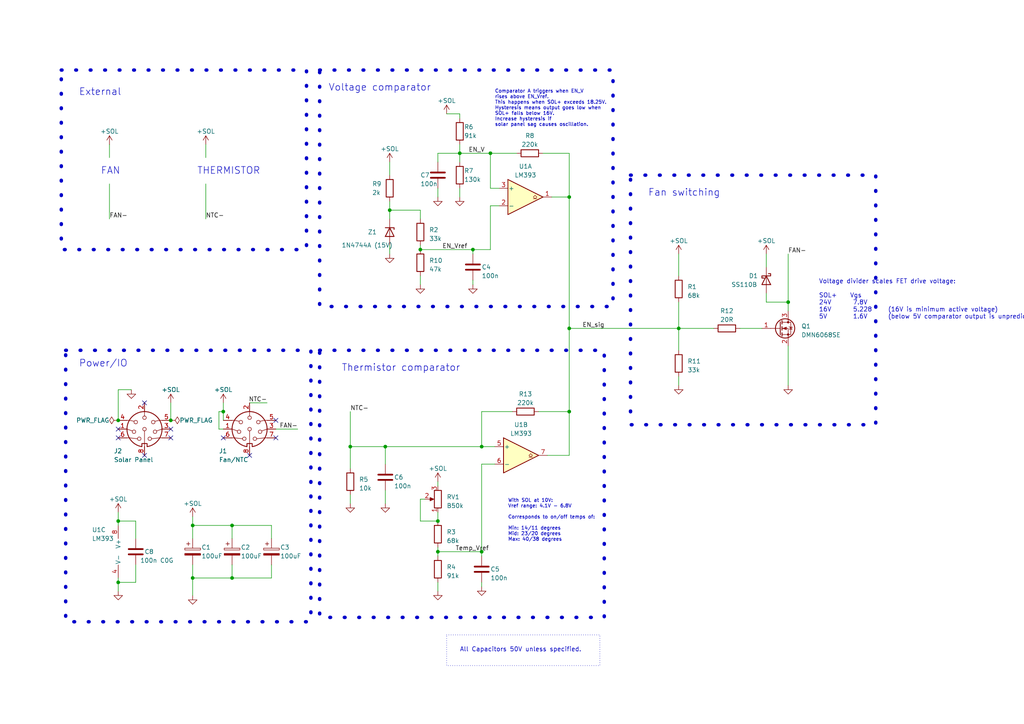
<source format=kicad_sch>
(kicad_sch (version 20230121) (generator eeschema)

  (uuid b575fa22-791c-4134-97c8-e1e108125613)

  (paper "A4")

  (lib_symbols
    (symbol "Comparator:LM393" (pin_names (offset 0.127)) (in_bom yes) (on_board yes)
      (property "Reference" "U" (at 3.81 3.81 0)
        (effects (font (size 1.27 1.27)))
      )
      (property "Value" "LM393" (at 6.35 -3.81 0)
        (effects (font (size 1.27 1.27)))
      )
      (property "Footprint" "" (at 0 0 0)
        (effects (font (size 1.27 1.27)) hide)
      )
      (property "Datasheet" "http://www.ti.com/lit/ds/symlink/lm393.pdf" (at 0 0 0)
        (effects (font (size 1.27 1.27)) hide)
      )
      (property "ki_locked" "" (at 0 0 0)
        (effects (font (size 1.27 1.27)))
      )
      (property "ki_keywords" "cmp open collector" (at 0 0 0)
        (effects (font (size 1.27 1.27)) hide)
      )
      (property "ki_description" "Low-Power, Low-Offset Voltage, Dual Comparators, DIP-8/SOIC-8/TO-99-8" (at 0 0 0)
        (effects (font (size 1.27 1.27)) hide)
      )
      (property "ki_fp_filters" "SOIC*3.9x4.9mm*P1.27mm* DIP*W7.62mm* SOP*5.28x5.23mm*P1.27mm* VSSOP*3.0x3.0mm*P0.65mm* TSSOP*4.4x3mm*P0.65mm*" (at 0 0 0)
        (effects (font (size 1.27 1.27)) hide)
      )
      (symbol "LM393_1_1"
        (polyline
          (pts
            (xy -5.08 5.08)
            (xy 5.08 0)
            (xy -5.08 -5.08)
            (xy -5.08 5.08)
          )
          (stroke (width 0.254) (type default))
          (fill (type background))
        )
        (polyline
          (pts
            (xy 3.302 -0.508)
            (xy 2.794 -0.508)
            (xy 3.302 0)
            (xy 2.794 0.508)
            (xy 2.286 0)
            (xy 2.794 -0.508)
            (xy 2.286 -0.508)
          )
          (stroke (width 0.127) (type default))
          (fill (type none))
        )
        (pin open_collector line (at 7.62 0 180) (length 2.54)
          (name "~" (effects (font (size 1.27 1.27))))
          (number "1" (effects (font (size 1.27 1.27))))
        )
        (pin input line (at -7.62 -2.54 0) (length 2.54)
          (name "-" (effects (font (size 1.27 1.27))))
          (number "2" (effects (font (size 1.27 1.27))))
        )
        (pin input line (at -7.62 2.54 0) (length 2.54)
          (name "+" (effects (font (size 1.27 1.27))))
          (number "3" (effects (font (size 1.27 1.27))))
        )
      )
      (symbol "LM393_2_1"
        (polyline
          (pts
            (xy -5.08 5.08)
            (xy 5.08 0)
            (xy -5.08 -5.08)
            (xy -5.08 5.08)
          )
          (stroke (width 0.254) (type default))
          (fill (type background))
        )
        (polyline
          (pts
            (xy 3.302 -0.508)
            (xy 2.794 -0.508)
            (xy 3.302 0)
            (xy 2.794 0.508)
            (xy 2.286 0)
            (xy 2.794 -0.508)
            (xy 2.286 -0.508)
          )
          (stroke (width 0.127) (type default))
          (fill (type none))
        )
        (pin input line (at -7.62 2.54 0) (length 2.54)
          (name "+" (effects (font (size 1.27 1.27))))
          (number "5" (effects (font (size 1.27 1.27))))
        )
        (pin input line (at -7.62 -2.54 0) (length 2.54)
          (name "-" (effects (font (size 1.27 1.27))))
          (number "6" (effects (font (size 1.27 1.27))))
        )
        (pin open_collector line (at 7.62 0 180) (length 2.54)
          (name "~" (effects (font (size 1.27 1.27))))
          (number "7" (effects (font (size 1.27 1.27))))
        )
      )
      (symbol "LM393_3_1"
        (pin power_in line (at -2.54 -7.62 90) (length 3.81)
          (name "V-" (effects (font (size 1.27 1.27))))
          (number "4" (effects (font (size 1.27 1.27))))
        )
        (pin power_in line (at -2.54 7.62 270) (length 3.81)
          (name "V+" (effects (font (size 1.27 1.27))))
          (number "8" (effects (font (size 1.27 1.27))))
        )
      )
    )
    (symbol "Connector:DIN-8" (pin_names (offset 1.016)) (in_bom yes) (on_board yes)
      (property "Reference" "J" (at 3.175 5.715 0)
        (effects (font (size 1.27 1.27)))
      )
      (property "Value" "DIN-8" (at 2.032 -5.842 0)
        (effects (font (size 1.27 1.27)) (justify left))
      )
      (property "Footprint" "" (at 0 0 0)
        (effects (font (size 1.27 1.27)) hide)
      )
      (property "Datasheet" "http://www.mouser.com/ds/2/18/40_c091_abd_e-75918.pdf" (at 0 0 0)
        (effects (font (size 1.27 1.27)) hide)
      )
      (property "ki_keywords" "circular DIN connector" (at 0 0 0)
        (effects (font (size 1.27 1.27)) hide)
      )
      (property "ki_description" "8-pin DIN connector" (at 0 0 0)
        (effects (font (size 1.27 1.27)) hide)
      )
      (property "ki_fp_filters" "DIN*" (at 0 0 0)
        (effects (font (size 1.27 1.27)) hide)
      )
      (symbol "DIN-8_0_1"
        (arc (start -5.08 0) (mid -3.8609 -3.3364) (end -0.762 -5.08)
          (stroke (width 0.254) (type default))
          (fill (type none))
        )
        (circle (center -3.048 -0.762) (radius 0.508)
          (stroke (width 0) (type default))
          (fill (type none))
        )
        (circle (center -2.54 2.032) (radius 0.508)
          (stroke (width 0) (type default))
          (fill (type none))
        )
        (circle (center -1.524 -2.794) (radius 0.508)
          (stroke (width 0) (type default))
          (fill (type none))
        )
        (polyline
          (pts
            (xy -5.08 0)
            (xy -3.556 -0.508)
          )
          (stroke (width 0) (type default))
          (fill (type none))
        )
        (polyline
          (pts
            (xy 0 -0.508)
            (xy 0 -5.08)
          )
          (stroke (width 0) (type default))
          (fill (type none))
        )
        (polyline
          (pts
            (xy 0 5.08)
            (xy 0 3.81)
          )
          (stroke (width 0) (type default))
          (fill (type none))
        )
        (polyline
          (pts
            (xy 5.08 0)
            (xy 3.556 -0.508)
          )
          (stroke (width 0) (type default))
          (fill (type none))
        )
        (polyline
          (pts
            (xy -5.08 -2.54)
            (xy -4.318 -2.54)
            (xy -2.032 -2.794)
          )
          (stroke (width 0) (type default))
          (fill (type none))
        )
        (polyline
          (pts
            (xy -5.08 2.54)
            (xy -4.318 2.54)
            (xy -3.048 2.286)
          )
          (stroke (width 0) (type default))
          (fill (type none))
        )
        (polyline
          (pts
            (xy 5.08 -2.54)
            (xy 4.318 -2.54)
            (xy 2.032 -2.794)
          )
          (stroke (width 0) (type default))
          (fill (type none))
        )
        (polyline
          (pts
            (xy 5.08 2.54)
            (xy 4.318 2.54)
            (xy 3.048 2.286)
          )
          (stroke (width 0) (type default))
          (fill (type none))
        )
        (polyline
          (pts
            (xy -0.762 -4.953)
            (xy -0.762 -4.191)
            (xy 0.762 -4.191)
            (xy 0.762 -4.953)
          )
          (stroke (width 0.254) (type default))
          (fill (type none))
        )
        (circle (center 0 0) (radius 0.508)
          (stroke (width 0) (type default))
          (fill (type none))
        )
        (circle (center 0 3.302) (radius 0.508)
          (stroke (width 0) (type default))
          (fill (type none))
        )
        (arc (start 0.762 -5.08) (mid 3.8685 -3.343) (end 5.08 0)
          (stroke (width 0.254) (type default))
          (fill (type none))
        )
        (circle (center 1.524 -2.794) (radius 0.508)
          (stroke (width 0) (type default))
          (fill (type none))
        )
        (circle (center 2.54 2.032) (radius 0.508)
          (stroke (width 0) (type default))
          (fill (type none))
        )
        (circle (center 3.048 -0.762) (radius 0.508)
          (stroke (width 0) (type default))
          (fill (type none))
        )
        (arc (start 5.08 0) (mid 0 5.0579) (end -5.08 0)
          (stroke (width 0.254) (type default))
          (fill (type none))
        )
      )
      (symbol "DIN-8_1_1"
        (pin passive line (at -7.62 0 0) (length 2.54)
          (name "~" (effects (font (size 1.27 1.27))))
          (number "1" (effects (font (size 1.27 1.27))))
        )
        (pin passive line (at 0 7.62 270) (length 2.54)
          (name "~" (effects (font (size 1.27 1.27))))
          (number "2" (effects (font (size 1.27 1.27))))
        )
        (pin passive line (at 7.62 0 180) (length 2.54)
          (name "~" (effects (font (size 1.27 1.27))))
          (number "3" (effects (font (size 1.27 1.27))))
        )
        (pin passive line (at -7.62 2.54 0) (length 2.54)
          (name "~" (effects (font (size 1.27 1.27))))
          (number "4" (effects (font (size 1.27 1.27))))
        )
        (pin passive line (at 7.62 2.54 180) (length 2.54)
          (name "~" (effects (font (size 1.27 1.27))))
          (number "5" (effects (font (size 1.27 1.27))))
        )
        (pin passive line (at -7.62 -2.54 0) (length 2.54)
          (name "~" (effects (font (size 1.27 1.27))))
          (number "6" (effects (font (size 1.27 1.27))))
        )
        (pin passive line (at 7.62 -2.54 180) (length 2.54)
          (name "~" (effects (font (size 1.27 1.27))))
          (number "7" (effects (font (size 1.27 1.27))))
        )
        (pin passive line (at 0 -7.62 90) (length 2.54)
          (name "~" (effects (font (size 1.27 1.27))))
          (number "8" (effects (font (size 1.27 1.27))))
        )
      )
    )
    (symbol "Device:C" (pin_numbers hide) (pin_names (offset 0.254)) (in_bom yes) (on_board yes)
      (property "Reference" "C" (at 0.635 2.54 0)
        (effects (font (size 1.27 1.27)) (justify left))
      )
      (property "Value" "C" (at 0.635 -2.54 0)
        (effects (font (size 1.27 1.27)) (justify left))
      )
      (property "Footprint" "" (at 0.9652 -3.81 0)
        (effects (font (size 1.27 1.27)) hide)
      )
      (property "Datasheet" "~" (at 0 0 0)
        (effects (font (size 1.27 1.27)) hide)
      )
      (property "ki_keywords" "cap capacitor" (at 0 0 0)
        (effects (font (size 1.27 1.27)) hide)
      )
      (property "ki_description" "Unpolarized capacitor" (at 0 0 0)
        (effects (font (size 1.27 1.27)) hide)
      )
      (property "ki_fp_filters" "C_*" (at 0 0 0)
        (effects (font (size 1.27 1.27)) hide)
      )
      (symbol "C_0_1"
        (polyline
          (pts
            (xy -2.032 -0.762)
            (xy 2.032 -0.762)
          )
          (stroke (width 0.508) (type default))
          (fill (type none))
        )
        (polyline
          (pts
            (xy -2.032 0.762)
            (xy 2.032 0.762)
          )
          (stroke (width 0.508) (type default))
          (fill (type none))
        )
      )
      (symbol "C_1_1"
        (pin passive line (at 0 3.81 270) (length 2.794)
          (name "~" (effects (font (size 1.27 1.27))))
          (number "1" (effects (font (size 1.27 1.27))))
        )
        (pin passive line (at 0 -3.81 90) (length 2.794)
          (name "~" (effects (font (size 1.27 1.27))))
          (number "2" (effects (font (size 1.27 1.27))))
        )
      )
    )
    (symbol "Device:C_Polarized" (pin_numbers hide) (pin_names (offset 0.254)) (in_bom yes) (on_board yes)
      (property "Reference" "C" (at 0.635 2.54 0)
        (effects (font (size 1.27 1.27)) (justify left))
      )
      (property "Value" "C_Polarized" (at 0.635 -2.54 0)
        (effects (font (size 1.27 1.27)) (justify left))
      )
      (property "Footprint" "" (at 0.9652 -3.81 0)
        (effects (font (size 1.27 1.27)) hide)
      )
      (property "Datasheet" "~" (at 0 0 0)
        (effects (font (size 1.27 1.27)) hide)
      )
      (property "ki_keywords" "cap capacitor" (at 0 0 0)
        (effects (font (size 1.27 1.27)) hide)
      )
      (property "ki_description" "Polarized capacitor" (at 0 0 0)
        (effects (font (size 1.27 1.27)) hide)
      )
      (property "ki_fp_filters" "CP_*" (at 0 0 0)
        (effects (font (size 1.27 1.27)) hide)
      )
      (symbol "C_Polarized_0_1"
        (rectangle (start -2.286 0.508) (end 2.286 1.016)
          (stroke (width 0) (type default))
          (fill (type none))
        )
        (polyline
          (pts
            (xy -1.778 2.286)
            (xy -0.762 2.286)
          )
          (stroke (width 0) (type default))
          (fill (type none))
        )
        (polyline
          (pts
            (xy -1.27 2.794)
            (xy -1.27 1.778)
          )
          (stroke (width 0) (type default))
          (fill (type none))
        )
        (rectangle (start 2.286 -0.508) (end -2.286 -1.016)
          (stroke (width 0) (type default))
          (fill (type outline))
        )
      )
      (symbol "C_Polarized_1_1"
        (pin passive line (at 0 3.81 270) (length 2.794)
          (name "~" (effects (font (size 1.27 1.27))))
          (number "1" (effects (font (size 1.27 1.27))))
        )
        (pin passive line (at 0 -3.81 90) (length 2.794)
          (name "~" (effects (font (size 1.27 1.27))))
          (number "2" (effects (font (size 1.27 1.27))))
        )
      )
    )
    (symbol "Device:D_Schottky" (pin_numbers hide) (pin_names (offset 1.016) hide) (in_bom yes) (on_board yes)
      (property "Reference" "D" (at 0 2.54 0)
        (effects (font (size 1.27 1.27)))
      )
      (property "Value" "D_Schottky" (at 0 -2.54 0)
        (effects (font (size 1.27 1.27)))
      )
      (property "Footprint" "" (at 0 0 0)
        (effects (font (size 1.27 1.27)) hide)
      )
      (property "Datasheet" "~" (at 0 0 0)
        (effects (font (size 1.27 1.27)) hide)
      )
      (property "ki_keywords" "diode Schottky" (at 0 0 0)
        (effects (font (size 1.27 1.27)) hide)
      )
      (property "ki_description" "Schottky diode" (at 0 0 0)
        (effects (font (size 1.27 1.27)) hide)
      )
      (property "ki_fp_filters" "TO-???* *_Diode_* *SingleDiode* D_*" (at 0 0 0)
        (effects (font (size 1.27 1.27)) hide)
      )
      (symbol "D_Schottky_0_1"
        (polyline
          (pts
            (xy 1.27 0)
            (xy -1.27 0)
          )
          (stroke (width 0) (type default))
          (fill (type none))
        )
        (polyline
          (pts
            (xy 1.27 1.27)
            (xy 1.27 -1.27)
            (xy -1.27 0)
            (xy 1.27 1.27)
          )
          (stroke (width 0.254) (type default))
          (fill (type none))
        )
        (polyline
          (pts
            (xy -1.905 0.635)
            (xy -1.905 1.27)
            (xy -1.27 1.27)
            (xy -1.27 -1.27)
            (xy -0.635 -1.27)
            (xy -0.635 -0.635)
          )
          (stroke (width 0.254) (type default))
          (fill (type none))
        )
      )
      (symbol "D_Schottky_1_1"
        (pin passive line (at -3.81 0 0) (length 2.54)
          (name "K" (effects (font (size 1.27 1.27))))
          (number "1" (effects (font (size 1.27 1.27))))
        )
        (pin passive line (at 3.81 0 180) (length 2.54)
          (name "A" (effects (font (size 1.27 1.27))))
          (number "2" (effects (font (size 1.27 1.27))))
        )
      )
    )
    (symbol "Device:D_Zener" (pin_numbers hide) (pin_names (offset 1.016) hide) (in_bom yes) (on_board yes)
      (property "Reference" "Z1" (at -5.08 0 90)
        (effects (font (size 1.27 1.27)) (justify left))
      )
      (property "Value" "BZX84B18LT1G (18V)" (at -14.8927 -2.9403 90)
        (effects (font (size 1.27 1.27)) (justify left))
      )
      (property "Footprint" "Package_TO_SOT_SMD:SOT-23" (at -1.27 5.08 0)
        (effects (font (size 1.27 1.27)) hide)
      )
      (property "Datasheet" "~" (at 0 0 0)
        (effects (font (size 1.27 1.27)) hide)
      )
      (property "ki_keywords" "diode" (at 0 0 0)
        (effects (font (size 1.27 1.27)) hide)
      )
      (property "ki_description" "Zener diode" (at 0 0 0)
        (effects (font (size 1.27 1.27)) hide)
      )
      (property "ki_fp_filters" "TO-???* *_Diode_* *SingleDiode* D_*" (at 0 0 0)
        (effects (font (size 1.27 1.27)) hide)
      )
      (symbol "D_Zener_0_1"
        (polyline
          (pts
            (xy 1.27 0)
            (xy -1.27 0)
          )
          (stroke (width 0) (type default))
          (fill (type none))
        )
        (polyline
          (pts
            (xy -1.27 -1.27)
            (xy -1.27 1.27)
            (xy -0.762 1.27)
          )
          (stroke (width 0.254) (type default))
          (fill (type none))
        )
        (polyline
          (pts
            (xy 1.27 -1.27)
            (xy 1.27 1.27)
            (xy -1.27 0)
            (xy 1.27 -1.27)
          )
          (stroke (width 0.254) (type default))
          (fill (type none))
        )
      )
      (symbol "D_Zener_1_1"
        (pin passive line (at 3.81 0 180) (length 2.54)
          (name "A" (effects (font (size 1.27 1.27))))
          (number "1" (effects (font (size 1.27 1.27))))
        )
        (pin passive line (at -3.81 0 0) (length 2.54)
          (name "K" (effects (font (size 1.27 1.27))))
          (number "3" (effects (font (size 1.27 1.27))))
        )
      )
    )
    (symbol "Device:R" (pin_numbers hide) (pin_names (offset 0)) (in_bom yes) (on_board yes)
      (property "Reference" "R" (at 2.032 0 90)
        (effects (font (size 1.27 1.27)))
      )
      (property "Value" "R" (at 0 0 90)
        (effects (font (size 1.27 1.27)))
      )
      (property "Footprint" "" (at -1.778 0 90)
        (effects (font (size 1.27 1.27)) hide)
      )
      (property "Datasheet" "~" (at 0 0 0)
        (effects (font (size 1.27 1.27)) hide)
      )
      (property "ki_keywords" "R res resistor" (at 0 0 0)
        (effects (font (size 1.27 1.27)) hide)
      )
      (property "ki_description" "Resistor" (at 0 0 0)
        (effects (font (size 1.27 1.27)) hide)
      )
      (property "ki_fp_filters" "R_*" (at 0 0 0)
        (effects (font (size 1.27 1.27)) hide)
      )
      (symbol "R_0_1"
        (rectangle (start -1.016 -2.54) (end 1.016 2.54)
          (stroke (width 0.254) (type default))
          (fill (type none))
        )
      )
      (symbol "R_1_1"
        (pin passive line (at 0 3.81 270) (length 1.27)
          (name "~" (effects (font (size 1.27 1.27))))
          (number "1" (effects (font (size 1.27 1.27))))
        )
        (pin passive line (at 0 -3.81 90) (length 1.27)
          (name "~" (effects (font (size 1.27 1.27))))
          (number "2" (effects (font (size 1.27 1.27))))
        )
      )
    )
    (symbol "Device:R_Potentiometer" (pin_names (offset 1.016) hide) (in_bom yes) (on_board yes)
      (property "Reference" "RV" (at -4.445 0 90)
        (effects (font (size 1.27 1.27)))
      )
      (property "Value" "R_Potentiometer" (at -2.54 0 90)
        (effects (font (size 1.27 1.27)))
      )
      (property "Footprint" "" (at 0 0 0)
        (effects (font (size 1.27 1.27)) hide)
      )
      (property "Datasheet" "~" (at 0 0 0)
        (effects (font (size 1.27 1.27)) hide)
      )
      (property "ki_keywords" "resistor variable" (at 0 0 0)
        (effects (font (size 1.27 1.27)) hide)
      )
      (property "ki_description" "Potentiometer" (at 0 0 0)
        (effects (font (size 1.27 1.27)) hide)
      )
      (property "ki_fp_filters" "Potentiometer*" (at 0 0 0)
        (effects (font (size 1.27 1.27)) hide)
      )
      (symbol "R_Potentiometer_0_1"
        (polyline
          (pts
            (xy 2.54 0)
            (xy 1.524 0)
          )
          (stroke (width 0) (type default))
          (fill (type none))
        )
        (polyline
          (pts
            (xy 1.143 0)
            (xy 2.286 0.508)
            (xy 2.286 -0.508)
            (xy 1.143 0)
          )
          (stroke (width 0) (type default))
          (fill (type outline))
        )
        (rectangle (start 1.016 2.54) (end -1.016 -2.54)
          (stroke (width 0.254) (type default))
          (fill (type none))
        )
      )
      (symbol "R_Potentiometer_1_1"
        (pin passive line (at 0 3.81 270) (length 1.27)
          (name "1" (effects (font (size 1.27 1.27))))
          (number "1" (effects (font (size 1.27 1.27))))
        )
        (pin passive line (at 3.81 0 180) (length 1.27)
          (name "2" (effects (font (size 1.27 1.27))))
          (number "2" (effects (font (size 1.27 1.27))))
        )
        (pin passive line (at 0 -3.81 90) (length 1.27)
          (name "3" (effects (font (size 1.27 1.27))))
          (number "3" (effects (font (size 1.27 1.27))))
        )
      )
    )
    (symbol "Transistor_FET:DMN6075S" (pin_names hide) (in_bom yes) (on_board yes)
      (property "Reference" "Q" (at 5.08 1.905 0)
        (effects (font (size 1.27 1.27)) (justify left))
      )
      (property "Value" "DMN6075S" (at 5.08 0 0)
        (effects (font (size 1.27 1.27)) (justify left))
      )
      (property "Footprint" "Package_TO_SOT_SMD:SOT-23" (at 5.08 -1.905 0)
        (effects (font (size 1.27 1.27) italic) (justify left) hide)
      )
      (property "Datasheet" "http://www.diodes.com/assets/Datasheets/DMN6075S.pdf" (at 0 0 0)
        (effects (font (size 1.27 1.27)) (justify left) hide)
      )
      (property "ki_keywords" "N-Channel MOSFET" (at 0 0 0)
        (effects (font (size 1.27 1.27)) hide)
      )
      (property "ki_description" "2.5A Id, 60V Vds, N-Channel MOSFET, SOT-23" (at 0 0 0)
        (effects (font (size 1.27 1.27)) hide)
      )
      (property "ki_fp_filters" "SOT?23*" (at 0 0 0)
        (effects (font (size 1.27 1.27)) hide)
      )
      (symbol "DMN6075S_0_1"
        (polyline
          (pts
            (xy 0.254 0)
            (xy -2.54 0)
          )
          (stroke (width 0) (type default))
          (fill (type none))
        )
        (polyline
          (pts
            (xy 0.254 1.905)
            (xy 0.254 -1.905)
          )
          (stroke (width 0.254) (type default))
          (fill (type none))
        )
        (polyline
          (pts
            (xy 0.762 -1.27)
            (xy 0.762 -2.286)
          )
          (stroke (width 0.254) (type default))
          (fill (type none))
        )
        (polyline
          (pts
            (xy 0.762 0.508)
            (xy 0.762 -0.508)
          )
          (stroke (width 0.254) (type default))
          (fill (type none))
        )
        (polyline
          (pts
            (xy 0.762 2.286)
            (xy 0.762 1.27)
          )
          (stroke (width 0.254) (type default))
          (fill (type none))
        )
        (polyline
          (pts
            (xy 2.54 2.54)
            (xy 2.54 1.778)
          )
          (stroke (width 0) (type default))
          (fill (type none))
        )
        (polyline
          (pts
            (xy 2.54 -2.54)
            (xy 2.54 0)
            (xy 0.762 0)
          )
          (stroke (width 0) (type default))
          (fill (type none))
        )
        (polyline
          (pts
            (xy 0.762 -1.778)
            (xy 3.302 -1.778)
            (xy 3.302 1.778)
            (xy 0.762 1.778)
          )
          (stroke (width 0) (type default))
          (fill (type none))
        )
        (polyline
          (pts
            (xy 1.016 0)
            (xy 2.032 0.381)
            (xy 2.032 -0.381)
            (xy 1.016 0)
          )
          (stroke (width 0) (type default))
          (fill (type outline))
        )
        (polyline
          (pts
            (xy 2.794 0.508)
            (xy 2.921 0.381)
            (xy 3.683 0.381)
            (xy 3.81 0.254)
          )
          (stroke (width 0) (type default))
          (fill (type none))
        )
        (polyline
          (pts
            (xy 3.302 0.381)
            (xy 2.921 -0.254)
            (xy 3.683 -0.254)
            (xy 3.302 0.381)
          )
          (stroke (width 0) (type default))
          (fill (type none))
        )
        (circle (center 1.651 0) (radius 2.794)
          (stroke (width 0.254) (type default))
          (fill (type none))
        )
        (circle (center 2.54 -1.778) (radius 0.254)
          (stroke (width 0) (type default))
          (fill (type outline))
        )
        (circle (center 2.54 1.778) (radius 0.254)
          (stroke (width 0) (type default))
          (fill (type outline))
        )
      )
      (symbol "DMN6075S_1_1"
        (pin input line (at -5.08 0 0) (length 2.54)
          (name "G" (effects (font (size 1.27 1.27))))
          (number "1" (effects (font (size 1.27 1.27))))
        )
        (pin passive line (at 2.54 -5.08 90) (length 2.54)
          (name "S" (effects (font (size 1.27 1.27))))
          (number "2" (effects (font (size 1.27 1.27))))
        )
        (pin passive line (at 2.54 5.08 270) (length 2.54)
          (name "D" (effects (font (size 1.27 1.27))))
          (number "3" (effects (font (size 1.27 1.27))))
        )
      )
    )
    (symbol "power:GND" (power) (pin_names (offset 0)) (in_bom yes) (on_board yes)
      (property "Reference" "#PWR" (at 0 -6.35 0)
        (effects (font (size 1.27 1.27)) hide)
      )
      (property "Value" "GND" (at 0 -3.81 0)
        (effects (font (size 1.27 1.27)))
      )
      (property "Footprint" "" (at 0 0 0)
        (effects (font (size 1.27 1.27)) hide)
      )
      (property "Datasheet" "" (at 0 0 0)
        (effects (font (size 1.27 1.27)) hide)
      )
      (property "ki_keywords" "global power" (at 0 0 0)
        (effects (font (size 1.27 1.27)) hide)
      )
      (property "ki_description" "Power symbol creates a global label with name \"GND\" , ground" (at 0 0 0)
        (effects (font (size 1.27 1.27)) hide)
      )
      (symbol "GND_0_1"
        (polyline
          (pts
            (xy 0 0)
            (xy 0 -1.27)
            (xy 1.27 -1.27)
            (xy 0 -2.54)
            (xy -1.27 -1.27)
            (xy 0 -1.27)
          )
          (stroke (width 0) (type default))
          (fill (type none))
        )
      )
      (symbol "GND_1_1"
        (pin power_in line (at 0 0 270) (length 0) hide
          (name "GND" (effects (font (size 1.27 1.27))))
          (number "1" (effects (font (size 1.27 1.27))))
        )
      )
    )
    (symbol "power:PWR_FLAG" (power) (pin_numbers hide) (pin_names (offset 0) hide) (in_bom yes) (on_board yes)
      (property "Reference" "#FLG" (at 0 1.905 0)
        (effects (font (size 1.27 1.27)) hide)
      )
      (property "Value" "PWR_FLAG" (at 0 3.81 0)
        (effects (font (size 1.27 1.27)))
      )
      (property "Footprint" "" (at 0 0 0)
        (effects (font (size 1.27 1.27)) hide)
      )
      (property "Datasheet" "~" (at 0 0 0)
        (effects (font (size 1.27 1.27)) hide)
      )
      (property "ki_keywords" "flag power" (at 0 0 0)
        (effects (font (size 1.27 1.27)) hide)
      )
      (property "ki_description" "Special symbol for telling ERC where power comes from" (at 0 0 0)
        (effects (font (size 1.27 1.27)) hide)
      )
      (symbol "PWR_FLAG_0_0"
        (pin power_out line (at 0 0 90) (length 0)
          (name "pwr" (effects (font (size 1.27 1.27))))
          (number "1" (effects (font (size 1.27 1.27))))
        )
      )
      (symbol "PWR_FLAG_0_1"
        (polyline
          (pts
            (xy 0 0)
            (xy 0 1.27)
            (xy -1.016 1.905)
            (xy 0 2.54)
            (xy 1.016 1.905)
            (xy 0 1.27)
          )
          (stroke (width 0) (type default))
          (fill (type none))
        )
      )
    )
    (symbol "power_custom:+SOL" (power) (pin_names (offset 0)) (in_bom yes) (on_board yes)
      (property "Reference" "#PWR" (at 0 -3.81 0)
        (effects (font (size 1.27 1.27)) hide)
      )
      (property "Value" "+SOL" (at 0 3.556 0)
        (effects (font (size 1.27 1.27)))
      )
      (property "Footprint" "" (at 0 0 0)
        (effects (font (size 1.27 1.27)) hide)
      )
      (property "Datasheet" "" (at 0 0 0)
        (effects (font (size 1.27 1.27)) hide)
      )
      (property "ki_keywords" "global power battery" (at 0 0 0)
        (effects (font (size 1.27 1.27)) hide)
      )
      (property "ki_description" "Power symbol creates a global label with name \"+BATT\"" (at 0 0 0)
        (effects (font (size 1.27 1.27)) hide)
      )
      (symbol "+SOL_0_1"
        (polyline
          (pts
            (xy -0.762 1.27)
            (xy 0 2.54)
          )
          (stroke (width 0) (type default))
          (fill (type none))
        )
        (polyline
          (pts
            (xy 0 0)
            (xy 0 2.54)
          )
          (stroke (width 0) (type default))
          (fill (type none))
        )
        (polyline
          (pts
            (xy 0 2.54)
            (xy 0.762 1.27)
          )
          (stroke (width 0) (type default))
          (fill (type none))
        )
      )
      (symbol "+SOL_1_1"
        (pin power_in line (at 0 0 90) (length 0) hide
          (name "+SOL" (effects (font (size 1.27 1.27))))
          (number "1" (effects (font (size 1.27 1.27))))
        )
      )
    )
  )

  (junction (at 34.29 168.91) (diameter 0) (color 0 0 0 0)
    (uuid 04579c11-1b04-4781-b300-8cc129b1aeeb)
  )
  (junction (at 55.88 152.4) (diameter 0) (color 0 0 0 0)
    (uuid 22e6c7cf-8240-4957-be69-0c98e7d5844b)
  )
  (junction (at 228.6 87.63) (diameter 0) (color 0 0 0 0)
    (uuid 2ea71677-b0b0-4eda-8966-92185712430e)
  )
  (junction (at 137.16 72.39) (diameter 0) (color 0 0 0 0)
    (uuid 3f73560b-922e-485d-bb80-b2994d290e60)
  )
  (junction (at 64.77 119.38) (diameter 0) (color 0 0 0 0)
    (uuid 40c0fdad-7b99-40c4-956b-b2b83d54d7cb)
  )
  (junction (at 113.03 60.96) (diameter 0) (color 0 0 0 0)
    (uuid 4306f563-fbe5-4481-b809-c945e4abf240)
  )
  (junction (at 121.92 72.39) (diameter 0) (color 0 0 0 0)
    (uuid 43863159-5257-4bb5-9f5f-413ed643904b)
  )
  (junction (at 139.7 160.02) (diameter 0) (color 0 0 0 0)
    (uuid 43d68288-7e64-4998-a91c-0599eae4869d)
  )
  (junction (at 165.1 119.38) (diameter 0) (color 0 0 0 0)
    (uuid 43f858ea-c4a1-42fa-9924-8800118dab1c)
  )
  (junction (at 196.85 95.25) (diameter 0) (color 0 0 0 0)
    (uuid 450bd245-2110-4195-bdcc-75e7de30c02a)
  )
  (junction (at 49.53 121.92) (diameter 0) (color 0 0 0 0)
    (uuid 4fdab837-62db-4ef0-ba83-31272609a28c)
  )
  (junction (at 55.88 167.64) (diameter 0) (color 0 0 0 0)
    (uuid 72f9de26-b826-4ddb-a252-019349a135b9)
  )
  (junction (at 67.31 152.4) (diameter 0) (color 0 0 0 0)
    (uuid 796aa339-98f0-4b04-a3a7-a3059ad29d94)
  )
  (junction (at 67.31 167.64) (diameter 0) (color 0 0 0 0)
    (uuid 7cb63b1e-d96d-481a-9445-7138c7a11693)
  )
  (junction (at 127 151.13) (diameter 0) (color 0 0 0 0)
    (uuid 85ce844d-1249-41e6-bbb0-0957d644459f)
  )
  (junction (at 101.6 129.54) (diameter 0) (color 0 0 0 0)
    (uuid b24edf43-d5e0-4571-abca-b195542b6a96)
  )
  (junction (at 127 160.02) (diameter 0) (color 0 0 0 0)
    (uuid b90375d8-9944-41bd-9922-d26f2a773e9e)
  )
  (junction (at 111.76 129.54) (diameter 0) (color 0 0 0 0)
    (uuid bfb1f024-deb7-43dc-9f45-702d16667522)
  )
  (junction (at 142.24 44.45) (diameter 0) (color 0 0 0 0)
    (uuid dbc2c299-d6b0-418e-856b-f53a7809c280)
  )
  (junction (at 139.7 129.54) (diameter 0) (color 0 0 0 0)
    (uuid dfe436b7-513c-433e-ba0f-f440e7b2bbc5)
  )
  (junction (at 133.35 44.45) (diameter 0) (color 0 0 0 0)
    (uuid e08a0a76-7fba-46f9-8411-f6d95e700759)
  )
  (junction (at 34.29 151.13) (diameter 0) (color 0 0 0 0)
    (uuid e0cc40eb-a5e9-405a-9060-9adf3b1ce414)
  )
  (junction (at 165.1 57.15) (diameter 0) (color 0 0 0 0)
    (uuid f208b1ab-69d3-4b40-8d7d-2e4a32f1e4b7)
  )
  (junction (at 34.29 121.92) (diameter 0) (color 0 0 0 0)
    (uuid f9c248eb-b59e-4876-970b-867dc17e4002)
  )
  (junction (at 165.1 95.25) (diameter 0) (color 0 0 0 0)
    (uuid fee7f271-bacf-4bfa-836d-953cbc1edc38)
  )

  (no_connect (at 49.53 124.46) (uuid 008833b5-7d8b-4892-a6bd-932caf54bf8b))
  (no_connect (at 80.01 121.92) (uuid 0a4aaefa-aea8-4dcb-b21a-d927ed98f961))
  (no_connect (at 41.91 132.08) (uuid 2dcc13af-9406-42d2-b3a8-59050ce8c5ff))
  (no_connect (at 34.29 127) (uuid 73326626-b5b5-42a3-91d9-99f428c3de77))
  (no_connect (at 80.01 127) (uuid 9d3cb4c3-8f02-48db-8bdb-e0107b9b0b41))
  (no_connect (at 72.39 132.08) (uuid a2bc1583-3bcb-4de1-bb27-e410eaef43fe))
  (no_connect (at 41.91 116.84) (uuid b7a9a033-fc30-49c9-af8a-22b5456474cc))
  (no_connect (at 49.53 127) (uuid c0e25384-1b12-4d91-b459-00a497b2ac2a))
  (no_connect (at 34.29 124.46) (uuid d1ef68ea-1e3c-4170-a0fb-b22fac4561bc))
  (no_connect (at 64.77 127) (uuid fe9aa683-08c3-4a30-9f40-bc732837febe))

  (wire (pts (xy 228.6 100.33) (xy 228.6 111.76))
    (stroke (width 0) (type default))
    (uuid 0103fcfe-ea3c-444f-ab64-65512e91e335)
  )
  (wire (pts (xy 222.25 73.66) (xy 222.25 77.47))
    (stroke (width 0) (type default))
    (uuid 06998651-20ef-4342-bee8-78941b139c31)
  )
  (wire (pts (xy 55.88 152.4) (xy 67.31 152.4))
    (stroke (width 0) (type default))
    (uuid 07125533-b214-4127-8178-54154e6c471a)
  )
  (wire (pts (xy 165.1 57.15) (xy 160.02 57.15))
    (stroke (width 0) (type default))
    (uuid 091f023e-cb96-4ad7-8109-9718e70a637f)
  )
  (wire (pts (xy 55.88 152.4) (xy 55.88 156.21))
    (stroke (width 0) (type default))
    (uuid 0b766e11-f535-4b70-b3a2-2bdda7335246)
  )
  (wire (pts (xy 67.31 167.64) (xy 78.74 167.64))
    (stroke (width 0) (type default))
    (uuid 0fe9a50a-fbbf-49ad-8452-d587fb6b045d)
  )
  (wire (pts (xy 39.37 156.21) (xy 39.37 151.13))
    (stroke (width 0) (type default))
    (uuid 12ddd5ed-b7ed-4423-a939-707e4101fa26)
  )
  (wire (pts (xy 113.03 46.99) (xy 113.03 50.8))
    (stroke (width 0) (type default))
    (uuid 19280245-ba88-4214-a733-8319bf4c4f62)
  )
  (wire (pts (xy 63.5 124.46) (xy 64.77 124.46))
    (stroke (width 0) (type default))
    (uuid 1b17b77b-1f7f-4e31-8c1a-f10c09736185)
  )
  (wire (pts (xy 31.75 53.34) (xy 31.75 63.5))
    (stroke (width 0) (type default))
    (uuid 1bc8aeac-f460-4133-9704-fa87d618f74b)
  )
  (wire (pts (xy 113.03 58.42) (xy 113.03 60.96))
    (stroke (width 0) (type default))
    (uuid 1c39cab9-dade-4457-a61b-c4da56e7c23e)
  )
  (wire (pts (xy 127 160.02) (xy 139.7 160.02))
    (stroke (width 0) (type default))
    (uuid 1df0e7df-8516-43a9-80a7-6cd2e2808d0b)
  )
  (wire (pts (xy 127 54.61) (xy 127 57.15))
    (stroke (width 0) (type default))
    (uuid 1e2637c0-8e4c-4cd2-a03a-975733bd41ef)
  )
  (wire (pts (xy 137.16 81.28) (xy 137.16 82.55))
    (stroke (width 0) (type default))
    (uuid 1f96e671-31d8-413d-bf71-658e14cf6918)
  )
  (wire (pts (xy 113.03 71.12) (xy 113.03 73.66))
    (stroke (width 0) (type default))
    (uuid 22b7c779-501f-4fbd-ae36-b9dcf33a9715)
  )
  (wire (pts (xy 78.74 167.64) (xy 78.74 163.83))
    (stroke (width 0) (type default))
    (uuid 273d868b-0cf0-416d-8e22-ba8c1acf1418)
  )
  (wire (pts (xy 121.92 71.12) (xy 121.92 72.39))
    (stroke (width 0) (type default))
    (uuid 29914e09-afed-4679-99a6-43d128ac0d18)
  )
  (wire (pts (xy 127 160.02) (xy 127 161.29))
    (stroke (width 0) (type default))
    (uuid 2ee8f606-f97e-401f-a63a-b9809814f339)
  )
  (wire (pts (xy 214.63 95.25) (xy 220.98 95.25))
    (stroke (width 0) (type default))
    (uuid 309e310d-8445-41c1-bbf1-ad09bbf4dfe0)
  )
  (wire (pts (xy 34.29 148.59) (xy 34.29 151.13))
    (stroke (width 0) (type default))
    (uuid 30ab5e46-f528-49bf-be41-a0db7ba7e3aa)
  )
  (wire (pts (xy 133.35 33.02) (xy 129.54 33.02))
    (stroke (width 0) (type default))
    (uuid 325996aa-ac02-4b77-a5bc-370ab1240dc0)
  )
  (wire (pts (xy 34.29 167.64) (xy 34.29 168.91))
    (stroke (width 0) (type default))
    (uuid 391f728a-7eef-420c-9088-2d073525bd03)
  )
  (wire (pts (xy 196.85 95.25) (xy 196.85 101.6))
    (stroke (width 0) (type default))
    (uuid 39fdb595-8abd-4867-854e-84e5495e515d)
  )
  (wire (pts (xy 34.29 151.13) (xy 34.29 152.4))
    (stroke (width 0) (type default))
    (uuid 46317374-9aad-4fd6-928e-c511fa3c2f2c)
  )
  (wire (pts (xy 127 168.91) (xy 127 171.45))
    (stroke (width 0) (type default))
    (uuid 46924c25-dfa9-4461-8d90-5f83c0e429b0)
  )
  (wire (pts (xy 31.75 41.91) (xy 31.75 45.72))
    (stroke (width 0) (type default))
    (uuid 4847ec9b-fc54-4e19-8992-75ac355a4f0f)
  )
  (wire (pts (xy 165.1 57.15) (xy 165.1 95.25))
    (stroke (width 0) (type default))
    (uuid 496facb5-dd81-4d38-a4bb-7dc5ce5adf3f)
  )
  (wire (pts (xy 142.24 59.69) (xy 142.24 72.39))
    (stroke (width 0) (type default))
    (uuid 4f5c3d06-631b-43ef-8634-46ba6184ed84)
  )
  (wire (pts (xy 142.24 59.69) (xy 144.78 59.69))
    (stroke (width 0) (type default))
    (uuid 5055b86f-11c5-4ef5-8788-886e65f14b8e)
  )
  (wire (pts (xy 137.16 73.66) (xy 137.16 72.39))
    (stroke (width 0) (type default))
    (uuid 51835afd-4bd9-4416-b06a-40990a390b9e)
  )
  (wire (pts (xy 222.25 85.09) (xy 222.25 87.63))
    (stroke (width 0) (type default))
    (uuid 5436a45b-7c5a-47a7-b1e1-aca398a36f6c)
  )
  (wire (pts (xy 101.6 129.54) (xy 101.6 135.89))
    (stroke (width 0) (type default))
    (uuid 58bb9d68-9815-438d-a452-c3bd3f490dfe)
  )
  (wire (pts (xy 59.69 41.91) (xy 59.69 45.72))
    (stroke (width 0) (type default))
    (uuid 598abf9f-bf2a-4445-8c26-1c8f5c4f5758)
  )
  (wire (pts (xy 121.92 144.78) (xy 123.19 144.78))
    (stroke (width 0) (type default))
    (uuid 5d8e1f61-aa94-43f0-a2d3-ad1f2a243f33)
  )
  (wire (pts (xy 55.88 163.83) (xy 55.88 167.64))
    (stroke (width 0) (type default))
    (uuid 62802cd3-3abf-473b-983f-36cbe73545cf)
  )
  (wire (pts (xy 127 139.7) (xy 127 140.97))
    (stroke (width 0) (type default))
    (uuid 63cf8c8d-bf39-4a0d-a7f8-e62b88042f2f)
  )
  (wire (pts (xy 63.5 119.38) (xy 63.5 124.46))
    (stroke (width 0) (type default))
    (uuid 65e5da39-dff9-4a13-b1c3-54649341bb01)
  )
  (wire (pts (xy 64.77 116.84) (xy 64.77 119.38))
    (stroke (width 0) (type default))
    (uuid 66b45773-8e56-4e91-914b-0dfa051a7469)
  )
  (wire (pts (xy 165.1 132.08) (xy 158.75 132.08))
    (stroke (width 0) (type default))
    (uuid 6bf0bb9d-569b-4371-a25d-4e7e690a74aa)
  )
  (wire (pts (xy 139.7 161.29) (xy 139.7 160.02))
    (stroke (width 0) (type default))
    (uuid 6d3b28eb-afe2-471b-befc-5455a5949ada)
  )
  (wire (pts (xy 133.35 41.91) (xy 133.35 44.45))
    (stroke (width 0) (type default))
    (uuid 6d46db4e-44ff-4307-bfcc-379bee7e874d)
  )
  (wire (pts (xy 196.85 95.25) (xy 207.01 95.25))
    (stroke (width 0) (type default))
    (uuid 6e97f82e-8cb8-4431-be16-fd6aca290759)
  )
  (wire (pts (xy 148.59 119.38) (xy 139.7 119.38))
    (stroke (width 0) (type default))
    (uuid 7005ae1c-9d36-4869-998e-a60164ca988b)
  )
  (wire (pts (xy 59.69 53.34) (xy 59.69 63.5))
    (stroke (width 0) (type default))
    (uuid 72eabcb8-bb27-464f-b6bd-36a69b50a0f3)
  )
  (wire (pts (xy 113.03 60.96) (xy 113.03 63.5))
    (stroke (width 0) (type default))
    (uuid 7868b968-410b-46a1-861a-203734490c7d)
  )
  (wire (pts (xy 121.92 80.01) (xy 121.92 82.55))
    (stroke (width 0) (type default))
    (uuid 7befb483-7024-4a61-9d33-68a4146e55b7)
  )
  (wire (pts (xy 139.7 129.54) (xy 143.51 129.54))
    (stroke (width 0) (type default))
    (uuid 7ddf5703-caa2-40e7-88a0-777750f86e8f)
  )
  (wire (pts (xy 165.1 44.45) (xy 165.1 57.15))
    (stroke (width 0) (type default))
    (uuid 80154858-b3b3-427f-80ad-d66175615b16)
  )
  (wire (pts (xy 111.76 129.54) (xy 139.7 129.54))
    (stroke (width 0) (type default))
    (uuid 83e23032-1ca5-43ff-9788-6c2aeb5aef3c)
  )
  (wire (pts (xy 156.21 119.38) (xy 165.1 119.38))
    (stroke (width 0) (type default))
    (uuid 866f1171-2571-4a5f-8d19-fc5624896647)
  )
  (wire (pts (xy 121.92 72.39) (xy 137.16 72.39))
    (stroke (width 0) (type default))
    (uuid 87ef5788-605b-4724-92ae-757da3c8b654)
  )
  (wire (pts (xy 157.48 44.45) (xy 165.1 44.45))
    (stroke (width 0) (type default))
    (uuid 8cebd306-ffcd-486e-bd08-bc628fb8646e)
  )
  (wire (pts (xy 55.88 167.64) (xy 55.88 172.72))
    (stroke (width 0) (type default))
    (uuid 8d74facd-941a-4918-9702-ba97c1a71002)
  )
  (wire (pts (xy 196.85 87.63) (xy 196.85 95.25))
    (stroke (width 0) (type default))
    (uuid 8d836811-b2d4-4210-bb7b-6823983e0750)
  )
  (wire (pts (xy 139.7 119.38) (xy 139.7 129.54))
    (stroke (width 0) (type default))
    (uuid 8dae3ae6-04cd-4d4c-b7bf-74a63b42a3f8)
  )
  (wire (pts (xy 121.92 60.96) (xy 113.03 60.96))
    (stroke (width 0) (type default))
    (uuid 8f961c85-cfa5-4a4c-a9dd-195666301be0)
  )
  (wire (pts (xy 139.7 134.62) (xy 143.51 134.62))
    (stroke (width 0) (type default))
    (uuid 92cf0df9-c290-4a3a-ac6d-29fba70e6f1e)
  )
  (wire (pts (xy 34.29 151.13) (xy 39.37 151.13))
    (stroke (width 0) (type default))
    (uuid 93fa2f36-cff1-4ef1-bafd-9ccf72fc7bf2)
  )
  (wire (pts (xy 34.29 113.03) (xy 34.29 121.92))
    (stroke (width 0) (type default))
    (uuid 9540a840-b6c4-49bf-a9f9-81ef95c23274)
  )
  (wire (pts (xy 228.6 73.66) (xy 228.6 87.63))
    (stroke (width 0) (type default))
    (uuid 956c5059-6afd-43a2-9442-3fc0aed22375)
  )
  (wire (pts (xy 142.24 54.61) (xy 144.78 54.61))
    (stroke (width 0) (type default))
    (uuid 95c975af-3b9b-4e97-b10c-b4e427a3feb1)
  )
  (wire (pts (xy 127 46.99) (xy 127 44.45))
    (stroke (width 0) (type default))
    (uuid 96483318-423e-4234-85e9-0e76f9979b21)
  )
  (wire (pts (xy 64.77 119.38) (xy 63.5 119.38))
    (stroke (width 0) (type default))
    (uuid 96f0110d-cda5-4565-b7ea-db64198941f7)
  )
  (wire (pts (xy 133.35 44.45) (xy 142.24 44.45))
    (stroke (width 0) (type default))
    (uuid 96f40ee4-97a4-453d-860f-1dc20cd082ad)
  )
  (wire (pts (xy 149.86 44.45) (xy 142.24 44.45))
    (stroke (width 0) (type default))
    (uuid 9c67acc0-d062-4219-b69c-53c1a011ba39)
  )
  (wire (pts (xy 137.16 72.39) (xy 142.24 72.39))
    (stroke (width 0) (type default))
    (uuid 9ddc832b-0502-42bd-ab0d-c4fd27ac5f3b)
  )
  (wire (pts (xy 127 44.45) (xy 133.35 44.45))
    (stroke (width 0) (type default))
    (uuid 9fd4ddbb-318a-4045-9b78-000da7657b81)
  )
  (wire (pts (xy 111.76 129.54) (xy 111.76 134.62))
    (stroke (width 0) (type default))
    (uuid a32605bf-e902-410d-9522-16cb14663c38)
  )
  (wire (pts (xy 133.35 44.45) (xy 133.35 46.99))
    (stroke (width 0) (type default))
    (uuid a4d02b65-2e90-4a47-9819-d3e4a2d64d8b)
  )
  (wire (pts (xy 133.35 33.02) (xy 133.35 34.29))
    (stroke (width 0) (type default))
    (uuid a538b8bb-84e3-4ca4-85bc-42b7c7395d7d)
  )
  (wire (pts (xy 67.31 152.4) (xy 67.31 156.21))
    (stroke (width 0) (type default))
    (uuid a5af0c31-ea98-4aa4-9d5e-b3b910b46e68)
  )
  (wire (pts (xy 139.7 168.91) (xy 139.7 170.18))
    (stroke (width 0) (type default))
    (uuid ae3db0e2-f41f-4269-97e3-0cd42319adfa)
  )
  (wire (pts (xy 64.77 119.38) (xy 64.77 121.92))
    (stroke (width 0) (type default))
    (uuid b1fece6e-a7ff-4680-a3be-d408d443a939)
  )
  (wire (pts (xy 165.1 95.25) (xy 196.85 95.25))
    (stroke (width 0) (type default))
    (uuid b2424d55-35e3-4b36-b66f-9af0a8e41fad)
  )
  (wire (pts (xy 228.6 87.63) (xy 228.6 90.17))
    (stroke (width 0) (type default))
    (uuid bc88252e-4dec-42fe-afb2-455cc77abedb)
  )
  (wire (pts (xy 196.85 109.22) (xy 196.85 111.76))
    (stroke (width 0) (type default))
    (uuid bc8a1586-e7b9-4f16-a865-36d5f38905b0)
  )
  (wire (pts (xy 133.35 54.61) (xy 133.35 57.15))
    (stroke (width 0) (type default))
    (uuid c0821255-4bcd-46dd-b73d-cd6ba140f1e9)
  )
  (wire (pts (xy 55.88 149.86) (xy 55.88 152.4))
    (stroke (width 0) (type default))
    (uuid c980a58b-4584-4321-bc40-cc3849a3dc17)
  )
  (wire (pts (xy 127 158.75) (xy 127 160.02))
    (stroke (width 0) (type default))
    (uuid cb031501-ebba-4c88-8b04-99e2af49463a)
  )
  (wire (pts (xy 67.31 163.83) (xy 67.31 167.64))
    (stroke (width 0) (type default))
    (uuid cc6a9a46-99f5-4c41-9bd5-0df627a1222b)
  )
  (wire (pts (xy 111.76 142.24) (xy 111.76 146.05))
    (stroke (width 0) (type default))
    (uuid ccb68168-4bfe-4711-aa40-86720767c5c7)
  )
  (wire (pts (xy 127 151.13) (xy 121.92 151.13))
    (stroke (width 0) (type default))
    (uuid d0768685-5155-4b0a-858f-b496af3142b3)
  )
  (wire (pts (xy 121.92 60.96) (xy 121.92 63.5))
    (stroke (width 0) (type default))
    (uuid d43e070a-60dd-4264-bc64-799d7793a45e)
  )
  (wire (pts (xy 127 148.59) (xy 127 151.13))
    (stroke (width 0) (type default))
    (uuid d67e6a51-6560-47f7-b8df-2ebfc1839ef6)
  )
  (wire (pts (xy 101.6 129.54) (xy 111.76 129.54))
    (stroke (width 0) (type default))
    (uuid d8fcb5a8-669f-4936-9afc-e08f27c67a79)
  )
  (wire (pts (xy 49.53 121.92) (xy 49.53 116.84))
    (stroke (width 0) (type default))
    (uuid dae700ff-f781-4aec-b960-fb1e32866f74)
  )
  (wire (pts (xy 34.29 168.91) (xy 39.37 168.91))
    (stroke (width 0) (type default))
    (uuid db615888-e871-4a25-8e0b-1475ebb3a774)
  )
  (wire (pts (xy 165.1 95.25) (xy 165.1 119.38))
    (stroke (width 0) (type default))
    (uuid dd201393-8365-4ecd-a957-2001ae7a8349)
  )
  (wire (pts (xy 101.6 119.38) (xy 101.6 129.54))
    (stroke (width 0) (type default))
    (uuid dde165af-eec8-4c59-a005-7f7f695e0931)
  )
  (wire (pts (xy 196.85 73.66) (xy 196.85 80.01))
    (stroke (width 0) (type default))
    (uuid df92c6a3-a542-42e7-916b-1f43e7772bfc)
  )
  (wire (pts (xy 67.31 167.64) (xy 55.88 167.64))
    (stroke (width 0) (type default))
    (uuid e02d5984-1919-4dfe-8168-4464f2660318)
  )
  (wire (pts (xy 78.74 152.4) (xy 78.74 156.21))
    (stroke (width 0) (type default))
    (uuid e1d7afef-7420-4eb4-a2eb-ade79260ec6e)
  )
  (wire (pts (xy 80.01 124.46) (xy 86.36 124.46))
    (stroke (width 0) (type default))
    (uuid e22e5d88-000b-4e52-83e3-051134374eee)
  )
  (wire (pts (xy 38.1 113.03) (xy 34.29 113.03))
    (stroke (width 0) (type default))
    (uuid e5ab83ba-bd10-4407-bea0-3ee09d355c4a)
  )
  (wire (pts (xy 121.92 144.78) (xy 121.92 151.13))
    (stroke (width 0) (type default))
    (uuid e6799965-b313-4118-9786-4bf22f4d97c9)
  )
  (wire (pts (xy 165.1 119.38) (xy 165.1 132.08))
    (stroke (width 0) (type default))
    (uuid e74a6fde-2be4-4356-a062-ae09ea36db8c)
  )
  (wire (pts (xy 101.6 143.51) (xy 101.6 146.05))
    (stroke (width 0) (type default))
    (uuid e8c74ccc-2596-4060-a3d1-5b4543da7722)
  )
  (wire (pts (xy 77.47 116.84) (xy 72.39 116.84))
    (stroke (width 0) (type default))
    (uuid ea00c25d-1cde-4b6a-944d-55ae1723a73d)
  )
  (wire (pts (xy 222.25 87.63) (xy 228.6 87.63))
    (stroke (width 0) (type default))
    (uuid f6c7a349-586c-4d59-9306-d06e1d552dd4)
  )
  (wire (pts (xy 39.37 163.83) (xy 39.37 168.91))
    (stroke (width 0) (type default))
    (uuid f6e807db-d2b2-4555-9733-aaac42ef8b8c)
  )
  (wire (pts (xy 34.29 168.91) (xy 34.29 171.45))
    (stroke (width 0) (type default))
    (uuid f809e8f1-580d-4add-b915-2727a2e7a676)
  )
  (wire (pts (xy 139.7 160.02) (xy 139.7 134.62))
    (stroke (width 0) (type default))
    (uuid fae7b475-5aa3-4154-b644-80bd46ae5e8c)
  )
  (wire (pts (xy 67.31 152.4) (xy 78.74 152.4))
    (stroke (width 0) (type default))
    (uuid fd5abf42-bf94-4e97-bf17-4534cff3ca65)
  )
  (wire (pts (xy 142.24 44.45) (xy 142.24 54.61))
    (stroke (width 0) (type default))
    (uuid fe7ae33a-fef8-4c70-92db-a271568bd58e)
  )

  (rectangle (start 182.88 50.8) (end 254 123.19)
    (stroke (width 1) (type dot))
    (fill (type none))
    (uuid 03ea37e8-33de-48c4-90be-3e1f6ab03ad7)
  )
  (rectangle (start 19.05 101.6) (end 90.17 180.34)
    (stroke (width 1) (type dot))
    (fill (type none))
    (uuid 878cc721-0625-42cf-9543-166b9da2c013)
  )
  (rectangle (start 92.71 20.32) (end 177.8 88.9)
    (stroke (width 1) (type dot))
    (fill (type none))
    (uuid 8b006db4-4000-4def-9344-e22dea1cab58)
  )
  (rectangle (start 92.71 101.6) (end 175.26 179.07)
    (stroke (width 1) (type dot))
    (fill (type none))
    (uuid c4965b42-73fc-43af-9880-861fca81b146)
  )
  (rectangle (start 129.54 184.15) (end 173.99 193.04)
    (stroke (width 0) (type dot))
    (fill (type none))
    (uuid cdc35dd0-6ca2-4d1e-87e3-79aa36876998)
  )
  (rectangle (start 17.78 20.32) (end 88.9 72.39)
    (stroke (width 1) (type dot))
    (fill (type none))
    (uuid feaaf94c-5086-4c79-b848-7cd3dac26472)
  )

  (text "Comparator A triggers when EN_V \nrises above EN_Vref. \nThis happens when SOL+ exceeds 18.25V.\nHysteresis means output goes low when \nSOL+ falls below 16V.\nIncrease hysteresis if \nsolar panel sag causes oscillation."
    (at 143.51 36.83 0)
    (effects (font (size 1 1)) (justify left bottom))
    (uuid 054feda7-4163-47c5-9351-692d3def82a5)
  )
  (text "Voltage divider scales FET drive voltage:\n\nSOL+    Vgs\n24V		7.8V\n16V 	5.228	(16V is minimum active voltage)\n5V		1.6V	(below 5V comparator output is unpredictable, thus worst-case Vgs of 1.6V)"
    (at 237.49 92.71 0)
    (effects (font (size 1.27 1.27)) (justify left bottom))
    (uuid 18f1b2d8-7550-43c4-a13a-a0a42e90160a)
  )
  (text "With SOL at 10V:\nVref range: 4.1V - 6.8V\n\nCorresponds to on/off temps of:\n\nMin: 14/11 degrees\nMid: 23/20 degrees\nMax: 40/38 degrees\n\n"
    (at 147.32 158.75 0)
    (effects (font (size 1 1)) (justify left bottom))
    (uuid 264e3e5e-bbc3-4fb9-bfaf-491844f05365)
  )
  (text "THERMISTOR" (at 57.15 50.8 0)
    (effects (font (size 2 2)) (justify left bottom))
    (uuid 5f952482-29e3-4159-9f9e-8958ddf3d846)
  )
  (text "FAN" (at 29.21 50.8 0)
    (effects (font (size 2 2)) (justify left bottom))
    (uuid 65a16090-b200-4bf1-95c4-cd04837b9098)
  )
  (text "All Capacitors 50V unless specified.\n" (at 133.35 189.23 0)
    (effects (font (size 1.27 1.27)) (justify left bottom))
    (uuid 80f769e6-25c7-4318-8981-1346fc4df1f7)
  )
  (text "Voltage comparator" (at 95.25 26.67 0)
    (effects (font (size 2 2)) (justify left bottom))
    (uuid a46b0784-1cc8-4522-a2de-b7a2276dad17)
  )
  (text "Power/IO" (at 22.86 106.68 0)
    (effects (font (size 2 2)) (justify left bottom))
    (uuid a5307c4f-f94a-4c57-8d5b-9c201c35bb6f)
  )
  (text "External" (at 22.86 27.94 0)
    (effects (font (size 2 2)) (justify left bottom))
    (uuid b14a5679-aafd-4304-a2d1-eab972be8cd6)
  )
  (text "Thermistor comparator" (at 99.06 107.95 0)
    (effects (font (size 2 2)) (justify left bottom))
    (uuid c096ba8f-f25c-4e3b-9bab-f695e9b8c779)
  )
  (text "Fan switching" (at 187.96 57.15 0)
    (effects (font (size 2 2)) (justify left bottom))
    (uuid c66dc0ba-74e4-41b1-b139-bf90e55499c7)
  )

  (label "NTC-" (at 59.69 63.5 0) (fields_autoplaced)
    (effects (font (size 1.27 1.27)) (justify left bottom))
    (uuid 13cf64a1-7884-47a4-a30d-806a3bd9a22f)
  )
  (label "EN_sig" (at 168.91 95.25 0) (fields_autoplaced)
    (effects (font (size 1.27 1.27)) (justify left bottom))
    (uuid 483a4807-33b8-4bcf-917b-fde17cbd0d1d)
  )
  (label "EN_V" (at 135.89 44.45 0) (fields_autoplaced)
    (effects (font (size 1.27 1.27)) (justify left bottom))
    (uuid 6926cbc6-bae1-43c1-83ce-a2b3844a4b83)
  )
  (label "FAN-" (at 228.6 73.66 0) (fields_autoplaced)
    (effects (font (size 1.27 1.27)) (justify left bottom))
    (uuid a996eac8-4129-4e4d-ae48-f8e46574b813)
  )
  (label "NTC-" (at 101.6 119.38 0) (fields_autoplaced)
    (effects (font (size 1.27 1.27)) (justify left bottom))
    (uuid b6c26b17-6c9b-4d5d-a415-237a805c1a08)
  )
  (label "EN_Vref" (at 128.27 72.39 0) (fields_autoplaced)
    (effects (font (size 1.27 1.27)) (justify left bottom))
    (uuid d00b36ea-4ce0-416c-ac81-6f764d7272de)
  )
  (label "NTC-" (at 77.47 116.84 180) (fields_autoplaced)
    (effects (font (size 1.27 1.27)) (justify right bottom))
    (uuid d062a854-f1ff-4c7c-8e2b-f117f0afc48a)
  )
  (label "FAN-" (at 31.75 63.5 0) (fields_autoplaced)
    (effects (font (size 1.27 1.27)) (justify left bottom))
    (uuid f3dbe6f2-89d0-48ed-998b-f73b9207d1b1)
  )
  (label "Temp_Vref" (at 132.08 160.02 0) (fields_autoplaced)
    (effects (font (size 1.27 1.27)) (justify left bottom))
    (uuid faf91a26-6dcd-4e4b-befd-e26097a45004)
  )
  (label "FAN-" (at 86.36 124.46 180) (fields_autoplaced)
    (effects (font (size 1.27 1.27)) (justify right bottom))
    (uuid fe7ba640-f1d4-4740-a1ee-e0dd2cde046f)
  )

  (symbol (lib_id "Device:C_Polarized") (at 67.31 160.02 0) (unit 1)
    (in_bom yes) (on_board yes) (dnp no)
    (uuid 02195b0d-e539-41ba-9fa2-e90007ef09a4)
    (property "Reference" "C2" (at 69.85 158.75 0)
      (effects (font (size 1.27 1.27)) (justify left))
    )
    (property "Value" "100uF" (at 69.85 161.29 0)
      (effects (font (size 1.27 1.27)) (justify left))
    )
    (property "Footprint" "Capacitor_THT:CP_Radial_D8.0mm_P3.50mm" (at 68.2752 163.83 0)
      (effects (font (size 1.27 1.27)) hide)
    )
    (property "Datasheet" "~" (at 67.31 160.02 0)
      (effects (font (size 1.27 1.27)) hide)
    )
    (pin "1" (uuid 97367495-7359-425d-98ed-83cdc1f5b08a))
    (pin "2" (uuid c3c77f41-2328-4f56-bb90-3ea67475fe05))
    (instances
      (project "GreenhouseFanDriver"
        (path "/b575fa22-791c-4134-97c8-e1e108125613"
          (reference "C2") (unit 1)
        )
      )
    )
  )

  (symbol (lib_id "power_custom:+SOL") (at 55.88 149.86 0) (unit 1)
    (in_bom yes) (on_board yes) (dnp no) (fields_autoplaced)
    (uuid 13b4533e-9ccb-4ff2-b125-a23a232a0f08)
    (property "Reference" "#PWR05" (at 55.88 153.67 0)
      (effects (font (size 1.27 1.27)) hide)
    )
    (property "Value" "+SOL" (at 55.88 146.05 0)
      (effects (font (size 1.27 1.27)))
    )
    (property "Footprint" "" (at 55.88 149.86 0)
      (effects (font (size 1.27 1.27)) hide)
    )
    (property "Datasheet" "" (at 55.88 149.86 0)
      (effects (font (size 1.27 1.27)) hide)
    )
    (pin "1" (uuid c5d86b4f-684d-403d-8d9f-73919a69f9c1))
    (instances
      (project "GreenhouseFanDriver"
        (path "/b575fa22-791c-4134-97c8-e1e108125613"
          (reference "#PWR05") (unit 1)
        )
      )
    )
  )

  (symbol (lib_id "Device:C") (at 137.16 77.47 0) (unit 1)
    (in_bom yes) (on_board yes) (dnp no)
    (uuid 1c0e7d0f-8242-496a-a0be-8b51e7b4b8d0)
    (property "Reference" "C4" (at 139.7 77.47 0)
      (effects (font (size 1.27 1.27)) (justify left))
    )
    (property "Value" "100n" (at 139.7 80.01 0)
      (effects (font (size 1.27 1.27)) (justify left))
    )
    (property "Footprint" "Capacitor_SMD_Custom:C_0805_2012Metric_Custom" (at 138.1252 81.28 0)
      (effects (font (size 1.27 1.27)) hide)
    )
    (property "Datasheet" "~" (at 137.16 77.47 0)
      (effects (font (size 1.27 1.27)) hide)
    )
    (pin "1" (uuid 56684c8d-6248-44ea-b2cf-c1f9248d966a))
    (pin "2" (uuid 59393c1f-c024-4f51-9a89-e922f7da04a6))
    (instances
      (project "GreenhouseFanDriver"
        (path "/b575fa22-791c-4134-97c8-e1e108125613"
          (reference "C4") (unit 1)
        )
      )
    )
  )

  (symbol (lib_id "power:GND") (at 101.6 146.05 0) (unit 1)
    (in_bom yes) (on_board yes) (dnp no) (fields_autoplaced)
    (uuid 1ed8fa7e-28c1-40a5-bdc7-ccefcce02de1)
    (property "Reference" "#PWR011" (at 101.6 152.4 0)
      (effects (font (size 1.27 1.27)) hide)
    )
    (property "Value" "GND" (at 101.6 151.13 0)
      (effects (font (size 1.27 1.27)) hide)
    )
    (property "Footprint" "" (at 101.6 146.05 0)
      (effects (font (size 1.27 1.27)) hide)
    )
    (property "Datasheet" "" (at 101.6 146.05 0)
      (effects (font (size 1.27 1.27)) hide)
    )
    (pin "1" (uuid 0b0fdbd3-96a9-4a76-9a94-e9288f8d1ca8))
    (instances
      (project "GreenhouseFanDriver"
        (path "/b575fa22-791c-4134-97c8-e1e108125613"
          (reference "#PWR011") (unit 1)
        )
      )
    )
  )

  (symbol (lib_id "power_custom:+SOL") (at 113.03 46.99 0) (unit 1)
    (in_bom yes) (on_board yes) (dnp no) (fields_autoplaced)
    (uuid 24013ce5-1699-415c-8692-bca27208360f)
    (property "Reference" "#PWR014" (at 113.03 50.8 0)
      (effects (font (size 1.27 1.27)) hide)
    )
    (property "Value" "+SOL" (at 113.03 43.18 0)
      (effects (font (size 1.27 1.27)))
    )
    (property "Footprint" "" (at 113.03 46.99 0)
      (effects (font (size 1.27 1.27)) hide)
    )
    (property "Datasheet" "" (at 113.03 46.99 0)
      (effects (font (size 1.27 1.27)) hide)
    )
    (pin "1" (uuid 7936f7fd-67ab-4383-9884-f6a15bca0191))
    (instances
      (project "GreenhouseFanDriver"
        (path "/b575fa22-791c-4134-97c8-e1e108125613"
          (reference "#PWR014") (unit 1)
        )
      )
    )
  )

  (symbol (lib_id "Transistor_FET:DMN6075S") (at 226.06 95.25 0) (unit 1)
    (in_bom yes) (on_board yes) (dnp no) (fields_autoplaced)
    (uuid 2b2d7d94-edf7-4cbf-bde1-6877e32ee525)
    (property "Reference" "Q1" (at 232.41 94.615 0)
      (effects (font (size 1.27 1.27)) (justify left))
    )
    (property "Value" "DMN6068SE" (at 232.41 97.155 0)
      (effects (font (size 1.27 1.27)) (justify left))
    )
    (property "Footprint" "Package_TO_SOT_SMD_Custom:SOT-223_Custom_DiodesIncorporated" (at 231.14 97.155 0)
      (effects (font (size 1.27 1.27) italic) (justify left) hide)
    )
    (property "Datasheet" "https://au.mouser.com/datasheet/2/115/DIODS20377_1-2541745.pdf" (at 226.06 95.25 0)
      (effects (font (size 1.27 1.27)) (justify left) hide)
    )
    (pin "1" (uuid ec23b16a-e0e4-4309-b5f2-ecff2986356c))
    (pin "2" (uuid 8555b46f-4e88-40db-8363-9041ff04c5d3))
    (pin "3" (uuid 7e0417c6-cdf6-4064-ac13-7ff0869ab684))
    (instances
      (project "GreenhouseFanDriver"
        (path "/b575fa22-791c-4134-97c8-e1e108125613"
          (reference "Q1") (unit 1)
        )
      )
    )
  )

  (symbol (lib_id "Comparator:LM393") (at 36.83 160.02 0) (unit 3)
    (in_bom yes) (on_board yes) (dnp no)
    (uuid 2c02426d-9223-4ccd-a128-4b4f02a2e3bd)
    (property "Reference" "U1" (at 26.67 153.67 0)
      (effects (font (size 1.27 1.27)) (justify left))
    )
    (property "Value" "LM393" (at 26.67 156.21 0)
      (effects (font (size 1.27 1.27)) (justify left))
    )
    (property "Footprint" "Package_DIP:DIP-8_W7.62mm" (at 36.83 160.02 0)
      (effects (font (size 1.27 1.27)) hide)
    )
    (property "Datasheet" "http://www.ti.com/lit/ds/symlink/lm393.pdf" (at 36.83 160.02 0)
      (effects (font (size 1.27 1.27)) hide)
    )
    (pin "1" (uuid 15e8ff0a-88bd-4a81-ad5a-7168c06bb4a8))
    (pin "2" (uuid 121e5381-457c-4e37-8f6b-84a7337b660e))
    (pin "3" (uuid 151e2fea-6149-4ea6-a349-98861e401bd0))
    (pin "5" (uuid b6e1db98-fc25-496b-9c51-d804687f85b5))
    (pin "6" (uuid 29f9d3ab-ef6a-4d9d-8f2b-3b42977d8681))
    (pin "7" (uuid ec1eb1ea-f4ae-4d51-bf97-62e5b102d410))
    (pin "4" (uuid ee302968-ab4e-4ecf-9f06-052290685fe8))
    (pin "8" (uuid 577814da-27de-45d2-b79b-9f395670492a))
    (instances
      (project "GreenhouseFanDriver"
        (path "/b575fa22-791c-4134-97c8-e1e108125613"
          (reference "U1") (unit 3)
        )
      )
    )
  )

  (symbol (lib_id "Device:R") (at 101.6 139.7 0) (unit 1)
    (in_bom yes) (on_board yes) (dnp no) (fields_autoplaced)
    (uuid 2cc27340-8ab6-4438-9e19-66e6787afc5d)
    (property "Reference" "R5" (at 104.14 139.065 0)
      (effects (font (size 1.27 1.27)) (justify left))
    )
    (property "Value" "10k" (at 104.14 141.605 0)
      (effects (font (size 1.27 1.27)) (justify left))
    )
    (property "Footprint" "Capacitor_SMD_Custom:C_0805_2012Metric_Custom" (at 99.822 139.7 90)
      (effects (font (size 1.27 1.27)) hide)
    )
    (property "Datasheet" "~" (at 101.6 139.7 0)
      (effects (font (size 1.27 1.27)) hide)
    )
    (pin "1" (uuid e53c1f95-dc9d-4383-aafd-cb458106e0e4))
    (pin "2" (uuid 140170f3-1107-45b3-8322-905d9ac62d9c))
    (instances
      (project "GreenhouseFanDriver"
        (path "/b575fa22-791c-4134-97c8-e1e108125613"
          (reference "R5") (unit 1)
        )
      )
    )
  )

  (symbol (lib_id "Device:C") (at 139.7 165.1 0) (unit 1)
    (in_bom yes) (on_board yes) (dnp no)
    (uuid 2f42c622-5e24-4f90-abb4-d4ab0a418db1)
    (property "Reference" "C5" (at 142.24 165.1 0)
      (effects (font (size 1.27 1.27)) (justify left))
    )
    (property "Value" "100n" (at 142.24 167.64 0)
      (effects (font (size 1.27 1.27)) (justify left))
    )
    (property "Footprint" "Capacitor_SMD_Custom:C_0805_2012Metric_Custom" (at 140.6652 168.91 0)
      (effects (font (size 1.27 1.27)) hide)
    )
    (property "Datasheet" "~" (at 139.7 165.1 0)
      (effects (font (size 1.27 1.27)) hide)
    )
    (pin "1" (uuid 423c1787-79c5-4f1c-b02b-15ec560567eb))
    (pin "2" (uuid ba6fa8dd-d132-4840-baf7-9a28ded0046c))
    (instances
      (project "GreenhouseFanDriver"
        (path "/b575fa22-791c-4134-97c8-e1e108125613"
          (reference "C5") (unit 1)
        )
      )
    )
  )

  (symbol (lib_id "Device:D_Zener") (at 113.03 67.31 270) (unit 1)
    (in_bom yes) (on_board yes) (dnp no)
    (uuid 3362ea06-df73-4d17-ada9-8bfdbd3244b6)
    (property "Reference" "Z1" (at 106.68 67.31 90)
      (effects (font (size 1.27 1.27)) (justify left))
    )
    (property "Value" "1N4744A (15V)" (at 99.06 71.12 90)
      (effects (font (size 1.27 1.27)) (justify left))
    )
    (property "Footprint" "Package_TO_SOT_SMD:SOT-23" (at 118.11 66.04 0)
      (effects (font (size 1.27 1.27)) hide)
    )
    (property "Datasheet" "~" (at 113.03 67.31 0)
      (effects (font (size 1.27 1.27)) hide)
    )
    (pin "1" (uuid bad6180f-33ed-4561-a7d0-1322bfdd1b5e))
    (pin "3" (uuid d0c8b05c-cf5a-4f99-af07-164ecd2fdf8c))
    (instances
      (project "GreenhouseFanDriver"
        (path "/b575fa22-791c-4134-97c8-e1e108125613"
          (reference "Z1") (unit 1)
        )
      )
    )
  )

  (symbol (lib_id "power_custom:+SOL") (at 129.54 33.02 0) (unit 1)
    (in_bom yes) (on_board yes) (dnp no) (fields_autoplaced)
    (uuid 3adab0c5-1091-449a-8919-cd4b28f923c7)
    (property "Reference" "#PWR012" (at 129.54 36.83 0)
      (effects (font (size 1.27 1.27)) hide)
    )
    (property "Value" "+SOL" (at 129.54 29.21 0)
      (effects (font (size 1.27 1.27)))
    )
    (property "Footprint" "" (at 129.54 33.02 0)
      (effects (font (size 1.27 1.27)) hide)
    )
    (property "Datasheet" "" (at 129.54 33.02 0)
      (effects (font (size 1.27 1.27)) hide)
    )
    (pin "1" (uuid c5677899-9162-46ec-a6a8-3fc311e645a5))
    (instances
      (project "GreenhouseFanDriver"
        (path "/b575fa22-791c-4134-97c8-e1e108125613"
          (reference "#PWR012") (unit 1)
        )
      )
    )
  )

  (symbol (lib_id "Connector:DIN-8") (at 41.91 124.46 0) (unit 1)
    (in_bom yes) (on_board yes) (dnp no)
    (uuid 43a8cc07-8a33-4018-8594-0d23e8f6ac7a)
    (property "Reference" "J2" (at 33.02 130.81 0)
      (effects (font (size 1.27 1.27)) (justify left))
    )
    (property "Value" "Solar Panel" (at 33.02 133.35 0)
      (effects (font (size 1.27 1.27)) (justify left))
    )
    (property "Footprint" "Connector_ODS_Custom:ODS_CCBPM08MCC" (at 41.91 124.46 0)
      (effects (font (size 1.27 1.27)) hide)
    )
    (property "Datasheet" "http://www.mouser.com/ds/2/18/40_c091_abd_e-75918.pdf" (at 41.91 124.46 0)
      (effects (font (size 1.27 1.27)) hide)
    )
    (pin "1" (uuid f1b88e45-1e7d-4eb8-9b6a-3feae44e2e44))
    (pin "2" (uuid 4e895edc-04f8-4648-959d-689be79fd2b8))
    (pin "3" (uuid c24960b3-c201-4423-9c5f-a5fc2ea5387d))
    (pin "4" (uuid 8f70b7ea-6013-464d-85f4-c83db8c95e73))
    (pin "5" (uuid 08d98f82-5b11-46a5-9ccc-accfc8df91e1))
    (pin "6" (uuid f7631e02-d1c0-4a69-b9cb-4a904c94a3be))
    (pin "7" (uuid 9c1288ee-402e-43ca-8249-f4deccc6042b))
    (pin "8" (uuid 5580ac86-9846-445e-86d7-db678519beec))
    (instances
      (project "GreenhouseFanDriver"
        (path "/b575fa22-791c-4134-97c8-e1e108125613"
          (reference "J2") (unit 1)
        )
      )
    )
  )

  (symbol (lib_id "Device:R") (at 121.92 76.2 0) (unit 1)
    (in_bom yes) (on_board yes) (dnp no) (fields_autoplaced)
    (uuid 4416b5ee-920f-49f2-b795-46ec75d3febd)
    (property "Reference" "R10" (at 124.46 75.565 0)
      (effects (font (size 1.27 1.27)) (justify left))
    )
    (property "Value" "47k" (at 124.46 78.105 0)
      (effects (font (size 1.27 1.27)) (justify left))
    )
    (property "Footprint" "Capacitor_SMD_Custom:C_0805_2012Metric_Custom" (at 120.142 76.2 90)
      (effects (font (size 1.27 1.27)) hide)
    )
    (property "Datasheet" "~" (at 121.92 76.2 0)
      (effects (font (size 1.27 1.27)) hide)
    )
    (pin "1" (uuid 18851acd-90ff-42a7-8e7f-60004d45fdaf))
    (pin "2" (uuid 9c6da481-59a7-4a60-9413-4f4ce2081dff))
    (instances
      (project "GreenhouseFanDriver"
        (path "/b575fa22-791c-4134-97c8-e1e108125613"
          (reference "R10") (unit 1)
        )
      )
    )
  )

  (symbol (lib_id "power:GND") (at 228.6 111.76 0) (unit 1)
    (in_bom yes) (on_board yes) (dnp no) (fields_autoplaced)
    (uuid 4918df0c-96d5-4f6f-a3a2-74030390c4bd)
    (property "Reference" "#PWR01" (at 228.6 118.11 0)
      (effects (font (size 1.27 1.27)) hide)
    )
    (property "Value" "GND" (at 228.6 116.84 0)
      (effects (font (size 1.27 1.27)) hide)
    )
    (property "Footprint" "" (at 228.6 111.76 0)
      (effects (font (size 1.27 1.27)) hide)
    )
    (property "Datasheet" "" (at 228.6 111.76 0)
      (effects (font (size 1.27 1.27)) hide)
    )
    (pin "1" (uuid c138411e-de72-4232-98c3-b64076496196))
    (instances
      (project "GreenhouseFanDriver"
        (path "/b575fa22-791c-4134-97c8-e1e108125613"
          (reference "#PWR01") (unit 1)
        )
      )
    )
  )

  (symbol (lib_id "Device:R") (at 133.35 38.1 0) (unit 1)
    (in_bom yes) (on_board yes) (dnp no)
    (uuid 493f1d2a-522a-4ae8-8518-23db97e47af7)
    (property "Reference" "R6" (at 134.62 36.83 0)
      (effects (font (size 1.27 1.27)) (justify left))
    )
    (property "Value" "91k" (at 134.62 39.37 0)
      (effects (font (size 1.27 1.27)) (justify left))
    )
    (property "Footprint" "Capacitor_SMD_Custom:C_0805_2012Metric_Custom" (at 131.572 38.1 90)
      (effects (font (size 1.27 1.27)) hide)
    )
    (property "Datasheet" "~" (at 133.35 38.1 0)
      (effects (font (size 1.27 1.27)) hide)
    )
    (pin "1" (uuid 740b7a00-3c1f-43bf-8a59-b1f1979edc35))
    (pin "2" (uuid 7b59f342-a5fb-48c3-9b8a-dc22602d345a))
    (instances
      (project "GreenhouseFanDriver"
        (path "/b575fa22-791c-4134-97c8-e1e108125613"
          (reference "R6") (unit 1)
        )
      )
    )
  )

  (symbol (lib_id "Device:C") (at 39.37 160.02 0) (unit 1)
    (in_bom yes) (on_board yes) (dnp no)
    (uuid 4b75191c-80d9-4705-b714-214e82c4aa8d)
    (property "Reference" "C8" (at 41.91 160.02 0)
      (effects (font (size 1.27 1.27)) (justify left))
    )
    (property "Value" "100n C0G" (at 40.64 162.56 0)
      (effects (font (size 1.27 1.27)) (justify left))
    )
    (property "Footprint" "Capacitor_SMD_Custom:C_1206_3216Metric_Custom" (at 40.3352 163.83 0)
      (effects (font (size 1.27 1.27)) hide)
    )
    (property "Datasheet" "~" (at 39.37 160.02 0)
      (effects (font (size 1.27 1.27)) hide)
    )
    (pin "1" (uuid 1620ea68-8320-497d-adf0-d9a209003b26))
    (pin "2" (uuid fac65709-8cb9-4d33-b5dd-c0e4858dd236))
    (instances
      (project "GreenhouseFanDriver"
        (path "/b575fa22-791c-4134-97c8-e1e108125613"
          (reference "C8") (unit 1)
        )
      )
    )
  )

  (symbol (lib_id "Comparator:LM393") (at 152.4 57.15 0) (unit 1)
    (in_bom yes) (on_board yes) (dnp no) (fields_autoplaced)
    (uuid 59411fc5-d8a9-4243-a7d7-437ef48b5f2e)
    (property "Reference" "U1" (at 152.4 48.26 0)
      (effects (font (size 1.27 1.27)))
    )
    (property "Value" "LM393" (at 152.4 50.8 0)
      (effects (font (size 1.27 1.27)))
    )
    (property "Footprint" "Package_DIP:DIP-8_W7.62mm" (at 152.4 57.15 0)
      (effects (font (size 1.27 1.27)) hide)
    )
    (property "Datasheet" "http://www.ti.com/lit/ds/symlink/lm393.pdf" (at 152.4 57.15 0)
      (effects (font (size 1.27 1.27)) hide)
    )
    (pin "1" (uuid 8a52daad-e290-4026-9e0a-d90a6f6ef88e))
    (pin "2" (uuid 414a2208-78b2-44e2-8f82-4a16655116c4))
    (pin "3" (uuid a00451d6-1e79-4313-9cc3-6ec64ce7719e))
    (pin "5" (uuid 0a933bc0-321d-4a3e-813c-1606b35293bd))
    (pin "6" (uuid dfd4efb6-0391-40b9-8d77-709f52379167))
    (pin "7" (uuid 5ace34a5-74f8-4fbc-b302-519711c18137))
    (pin "4" (uuid 2549d04b-cdf4-401e-a2b9-a71313485739))
    (pin "8" (uuid 6a34e65a-fda0-42fe-bfd7-2b59e0d285f2))
    (instances
      (project "GreenhouseFanDriver"
        (path "/b575fa22-791c-4134-97c8-e1e108125613"
          (reference "U1") (unit 1)
        )
      )
    )
  )

  (symbol (lib_id "power:GND") (at 196.85 111.76 0) (unit 1)
    (in_bom yes) (on_board yes) (dnp no) (fields_autoplaced)
    (uuid 64a26808-ee20-470e-a683-f87a315a6d98)
    (property "Reference" "#PWR021" (at 196.85 118.11 0)
      (effects (font (size 1.27 1.27)) hide)
    )
    (property "Value" "GND" (at 196.85 116.84 0)
      (effects (font (size 1.27 1.27)) hide)
    )
    (property "Footprint" "" (at 196.85 111.76 0)
      (effects (font (size 1.27 1.27)) hide)
    )
    (property "Datasheet" "" (at 196.85 111.76 0)
      (effects (font (size 1.27 1.27)) hide)
    )
    (pin "1" (uuid b528aaf3-efca-4b97-9ad0-2322ba2884b1))
    (instances
      (project "GreenhouseFanDriver"
        (path "/b575fa22-791c-4134-97c8-e1e108125613"
          (reference "#PWR021") (unit 1)
        )
      )
    )
  )

  (symbol (lib_id "power:GND") (at 113.03 73.66 0) (unit 1)
    (in_bom yes) (on_board yes) (dnp no) (fields_autoplaced)
    (uuid 67d2a336-37c4-45c6-b142-7bf43a8aeaeb)
    (property "Reference" "#PWR015" (at 113.03 80.01 0)
      (effects (font (size 1.27 1.27)) hide)
    )
    (property "Value" "GND" (at 113.03 78.74 0)
      (effects (font (size 1.27 1.27)) hide)
    )
    (property "Footprint" "" (at 113.03 73.66 0)
      (effects (font (size 1.27 1.27)) hide)
    )
    (property "Datasheet" "" (at 113.03 73.66 0)
      (effects (font (size 1.27 1.27)) hide)
    )
    (pin "1" (uuid 43203a18-0785-4978-9dd3-9207d66cc3f8))
    (instances
      (project "GreenhouseFanDriver"
        (path "/b575fa22-791c-4134-97c8-e1e108125613"
          (reference "#PWR015") (unit 1)
        )
      )
    )
  )

  (symbol (lib_id "power:GND") (at 133.35 57.15 0) (unit 1)
    (in_bom yes) (on_board yes) (dnp no) (fields_autoplaced)
    (uuid 6a853931-74a6-4f9a-a07b-1b51facf2778)
    (property "Reference" "#PWR013" (at 133.35 63.5 0)
      (effects (font (size 1.27 1.27)) hide)
    )
    (property "Value" "GND" (at 133.35 62.23 0)
      (effects (font (size 1.27 1.27)) hide)
    )
    (property "Footprint" "" (at 133.35 57.15 0)
      (effects (font (size 1.27 1.27)) hide)
    )
    (property "Datasheet" "" (at 133.35 57.15 0)
      (effects (font (size 1.27 1.27)) hide)
    )
    (pin "1" (uuid 74d19aca-cd90-4ee0-9596-f78ab5126717))
    (instances
      (project "GreenhouseFanDriver"
        (path "/b575fa22-791c-4134-97c8-e1e108125613"
          (reference "#PWR013") (unit 1)
        )
      )
    )
  )

  (symbol (lib_id "Device:R_Potentiometer") (at 127 144.78 180) (unit 1)
    (in_bom yes) (on_board yes) (dnp no) (fields_autoplaced)
    (uuid 6ebfff10-2e07-4d60-9811-6f1d1f9e69e9)
    (property "Reference" "RV1" (at 129.54 144.145 0)
      (effects (font (size 1.27 1.27)) (justify right))
    )
    (property "Value" "B50k" (at 129.54 146.685 0)
      (effects (font (size 1.27 1.27)) (justify right))
    )
    (property "Footprint" "Potentiometer_THT_Custom:Potentiometer_Trimmer_72PTR100KLF_Custom" (at 127 144.78 0)
      (effects (font (size 1.27 1.27)) hide)
    )
    (property "Datasheet" "~" (at 127 144.78 0)
      (effects (font (size 1.27 1.27)) hide)
    )
    (pin "1" (uuid ddf18aaf-f3b3-4022-96d4-48387bf2220a))
    (pin "2" (uuid 4fa67caa-0a3e-411a-9e6c-0fb6855ad756))
    (pin "3" (uuid 369c60aa-f8d0-4291-a0be-f0cd1e641ca6))
    (instances
      (project "GreenhouseFanDriver"
        (path "/b575fa22-791c-4134-97c8-e1e108125613"
          (reference "RV1") (unit 1)
        )
      )
    )
  )

  (symbol (lib_id "Device:R") (at 127 154.94 0) (unit 1)
    (in_bom yes) (on_board yes) (dnp no) (fields_autoplaced)
    (uuid 6f287634-5203-4f39-85c5-bbb565813f44)
    (property "Reference" "R3" (at 129.54 154.305 0)
      (effects (font (size 1.27 1.27)) (justify left))
    )
    (property "Value" "68k" (at 129.54 156.845 0)
      (effects (font (size 1.27 1.27)) (justify left))
    )
    (property "Footprint" "Capacitor_SMD_Custom:C_0805_2012Metric_Custom" (at 125.222 154.94 90)
      (effects (font (size 1.27 1.27)) hide)
    )
    (property "Datasheet" "~" (at 127 154.94 0)
      (effects (font (size 1.27 1.27)) hide)
    )
    (pin "1" (uuid 5a13a87b-0f31-4a45-ba48-8fd1c5849fff))
    (pin "2" (uuid 8f4ae57c-3e5a-4e0d-8e06-7ba5afd8c79d))
    (instances
      (project "GreenhouseFanDriver"
        (path "/b575fa22-791c-4134-97c8-e1e108125613"
          (reference "R3") (unit 1)
        )
      )
    )
  )

  (symbol (lib_id "power:GND") (at 127 57.15 0) (unit 1)
    (in_bom yes) (on_board yes) (dnp no) (fields_autoplaced)
    (uuid 70590149-18f5-47f0-aab7-ac9defaac9e2)
    (property "Reference" "#PWR016" (at 127 63.5 0)
      (effects (font (size 1.27 1.27)) hide)
    )
    (property "Value" "GND" (at 127 62.23 0)
      (effects (font (size 1.27 1.27)) hide)
    )
    (property "Footprint" "" (at 127 57.15 0)
      (effects (font (size 1.27 1.27)) hide)
    )
    (property "Datasheet" "" (at 127 57.15 0)
      (effects (font (size 1.27 1.27)) hide)
    )
    (pin "1" (uuid 9354aa89-774c-4dfb-99b5-f9af27c6581f))
    (instances
      (project "GreenhouseFanDriver"
        (path "/b575fa22-791c-4134-97c8-e1e108125613"
          (reference "#PWR016") (unit 1)
        )
      )
    )
  )

  (symbol (lib_id "power:GND") (at 121.92 82.55 0) (unit 1)
    (in_bom yes) (on_board yes) (dnp no) (fields_autoplaced)
    (uuid 72da4e76-7f39-4892-98fc-b7ca7f702715)
    (property "Reference" "#PWR020" (at 121.92 88.9 0)
      (effects (font (size 1.27 1.27)) hide)
    )
    (property "Value" "GND" (at 121.92 87.63 0)
      (effects (font (size 1.27 1.27)) hide)
    )
    (property "Footprint" "" (at 121.92 82.55 0)
      (effects (font (size 1.27 1.27)) hide)
    )
    (property "Datasheet" "" (at 121.92 82.55 0)
      (effects (font (size 1.27 1.27)) hide)
    )
    (pin "1" (uuid e7ac4d7c-a407-437b-98b4-53f087aba2cd))
    (instances
      (project "GreenhouseFanDriver"
        (path "/b575fa22-791c-4134-97c8-e1e108125613"
          (reference "#PWR020") (unit 1)
        )
      )
    )
  )

  (symbol (lib_id "power_custom:+SOL") (at 64.77 116.84 0) (unit 1)
    (in_bom yes) (on_board yes) (dnp no) (fields_autoplaced)
    (uuid 81ec8408-5dff-4a17-83cf-5eea58addf6a)
    (property "Reference" "#PWR03" (at 64.77 120.65 0)
      (effects (font (size 1.27 1.27)) hide)
    )
    (property "Value" "+SOL" (at 64.77 113.03 0)
      (effects (font (size 1.27 1.27)))
    )
    (property "Footprint" "" (at 64.77 116.84 0)
      (effects (font (size 1.27 1.27)) hide)
    )
    (property "Datasheet" "" (at 64.77 116.84 0)
      (effects (font (size 1.27 1.27)) hide)
    )
    (pin "1" (uuid d78ee5d3-e241-438b-a8fa-97b5e8dbba22))
    (instances
      (project "GreenhouseFanDriver"
        (path "/b575fa22-791c-4134-97c8-e1e108125613"
          (reference "#PWR03") (unit 1)
        )
      )
    )
  )

  (symbol (lib_id "power_custom:+SOL") (at 196.85 73.66 0) (unit 1)
    (in_bom yes) (on_board yes) (dnp no) (fields_autoplaced)
    (uuid 82993a3b-8ef8-477d-be64-4ccaddb9919c)
    (property "Reference" "#PWR019" (at 196.85 77.47 0)
      (effects (font (size 1.27 1.27)) hide)
    )
    (property "Value" "+SOL" (at 196.85 69.85 0)
      (effects (font (size 1.27 1.27)))
    )
    (property "Footprint" "" (at 196.85 73.66 0)
      (effects (font (size 1.27 1.27)) hide)
    )
    (property "Datasheet" "" (at 196.85 73.66 0)
      (effects (font (size 1.27 1.27)) hide)
    )
    (pin "1" (uuid 9e4e40b5-c969-4de9-8eee-11c67aeaa46d))
    (instances
      (project "GreenhouseFanDriver"
        (path "/b575fa22-791c-4134-97c8-e1e108125613"
          (reference "#PWR019") (unit 1)
        )
      )
    )
  )

  (symbol (lib_id "power:GND") (at 137.16 82.55 0) (unit 1)
    (in_bom yes) (on_board yes) (dnp no) (fields_autoplaced)
    (uuid 8440caaa-bf75-4479-b38f-4af682ed70a5)
    (property "Reference" "#PWR017" (at 137.16 88.9 0)
      (effects (font (size 1.27 1.27)) hide)
    )
    (property "Value" "GND" (at 137.16 87.63 0)
      (effects (font (size 1.27 1.27)) hide)
    )
    (property "Footprint" "" (at 137.16 82.55 0)
      (effects (font (size 1.27 1.27)) hide)
    )
    (property "Datasheet" "" (at 137.16 82.55 0)
      (effects (font (size 1.27 1.27)) hide)
    )
    (pin "1" (uuid 850c4833-43cf-43e3-a84f-08f8ae12384c))
    (instances
      (project "GreenhouseFanDriver"
        (path "/b575fa22-791c-4134-97c8-e1e108125613"
          (reference "#PWR017") (unit 1)
        )
      )
    )
  )

  (symbol (lib_id "power_custom:+SOL") (at 34.29 148.59 0) (unit 1)
    (in_bom yes) (on_board yes) (dnp no) (fields_autoplaced)
    (uuid 857225c9-983b-44db-a480-1c2e7a9a42d5)
    (property "Reference" "#PWR07" (at 34.29 152.4 0)
      (effects (font (size 1.27 1.27)) hide)
    )
    (property "Value" "+SOL" (at 34.29 144.78 0)
      (effects (font (size 1.27 1.27)))
    )
    (property "Footprint" "" (at 34.29 148.59 0)
      (effects (font (size 1.27 1.27)) hide)
    )
    (property "Datasheet" "" (at 34.29 148.59 0)
      (effects (font (size 1.27 1.27)) hide)
    )
    (pin "1" (uuid 22259120-5c68-47f8-9ec0-36af7d8951e8))
    (instances
      (project "GreenhouseFanDriver"
        (path "/b575fa22-791c-4134-97c8-e1e108125613"
          (reference "#PWR07") (unit 1)
        )
      )
    )
  )

  (symbol (lib_id "Device:R") (at 113.03 54.61 0) (unit 1)
    (in_bom yes) (on_board yes) (dnp no)
    (uuid 871e128f-b03a-4c6d-a6b3-002ab0b39da1)
    (property "Reference" "R9" (at 107.95 53.34 0)
      (effects (font (size 1.27 1.27)) (justify left))
    )
    (property "Value" "2k" (at 107.95 55.88 0)
      (effects (font (size 1.27 1.27)) (justify left))
    )
    (property "Footprint" "Capacitor_SMD_Custom:C_0805_2012Metric_Custom" (at 111.252 54.61 90)
      (effects (font (size 1.27 1.27)) hide)
    )
    (property "Datasheet" "~" (at 113.03 54.61 0)
      (effects (font (size 1.27 1.27)) hide)
    )
    (pin "1" (uuid 71ac5bd5-a1c5-4227-991c-a4b13e29019a))
    (pin "2" (uuid 474ca6cc-981f-4b37-a5e7-f5ecae015971))
    (instances
      (project "GreenhouseFanDriver"
        (path "/b575fa22-791c-4134-97c8-e1e108125613"
          (reference "R9") (unit 1)
        )
      )
    )
  )

  (symbol (lib_id "Device:R") (at 152.4 119.38 90) (unit 1)
    (in_bom yes) (on_board yes) (dnp no) (fields_autoplaced)
    (uuid 878d10a2-8edf-4fdf-8b81-bf02324e0e0a)
    (property "Reference" "R13" (at 152.4 114.3 90)
      (effects (font (size 1.27 1.27)))
    )
    (property "Value" "220k" (at 152.4 116.84 90)
      (effects (font (size 1.27 1.27)))
    )
    (property "Footprint" "Capacitor_SMD_Custom:C_0805_2012Metric_Custom" (at 152.4 121.158 90)
      (effects (font (size 1.27 1.27)) hide)
    )
    (property "Datasheet" "~" (at 152.4 119.38 0)
      (effects (font (size 1.27 1.27)) hide)
    )
    (pin "1" (uuid 33f0dc54-0659-4012-9704-37d4078855e3))
    (pin "2" (uuid 962bdc15-5535-4d61-b8ae-6945588a8bdb))
    (instances
      (project "GreenhouseFanDriver"
        (path "/b575fa22-791c-4134-97c8-e1e108125613"
          (reference "R13") (unit 1)
        )
      )
    )
  )

  (symbol (lib_id "power:GND") (at 55.88 172.72 0) (unit 1)
    (in_bom yes) (on_board yes) (dnp no) (fields_autoplaced)
    (uuid 9920d535-3abb-4bc6-8f0f-aaa34d336cfb)
    (property "Reference" "#PWR06" (at 55.88 179.07 0)
      (effects (font (size 1.27 1.27)) hide)
    )
    (property "Value" "GND" (at 55.88 177.8 0)
      (effects (font (size 1.27 1.27)) hide)
    )
    (property "Footprint" "" (at 55.88 172.72 0)
      (effects (font (size 1.27 1.27)) hide)
    )
    (property "Datasheet" "" (at 55.88 172.72 0)
      (effects (font (size 1.27 1.27)) hide)
    )
    (pin "1" (uuid 98af2bc7-d0f9-4658-8a4e-743bfe738e48))
    (instances
      (project "GreenhouseFanDriver"
        (path "/b575fa22-791c-4134-97c8-e1e108125613"
          (reference "#PWR06") (unit 1)
        )
      )
    )
  )

  (symbol (lib_id "power:GND") (at 127 171.45 0) (unit 1)
    (in_bom yes) (on_board yes) (dnp no) (fields_autoplaced)
    (uuid a207af69-424e-40ca-b70a-ed8a90a28534)
    (property "Reference" "#PWR09" (at 127 177.8 0)
      (effects (font (size 1.27 1.27)) hide)
    )
    (property "Value" "GND" (at 127 176.53 0)
      (effects (font (size 1.27 1.27)) hide)
    )
    (property "Footprint" "" (at 127 171.45 0)
      (effects (font (size 1.27 1.27)) hide)
    )
    (property "Datasheet" "" (at 127 171.45 0)
      (effects (font (size 1.27 1.27)) hide)
    )
    (pin "1" (uuid 61693959-d069-4a65-94df-63efaeeebc8a))
    (instances
      (project "GreenhouseFanDriver"
        (path "/b575fa22-791c-4134-97c8-e1e108125613"
          (reference "#PWR09") (unit 1)
        )
      )
    )
  )

  (symbol (lib_id "power_custom:+SOL") (at 59.69 41.91 0) (unit 1)
    (in_bom yes) (on_board yes) (dnp no) (fields_autoplaced)
    (uuid a48b392c-209e-4f27-b785-75b1e89dac56)
    (property "Reference" "#PWR025" (at 59.69 45.72 0)
      (effects (font (size 1.27 1.27)) hide)
    )
    (property "Value" "+SOL" (at 59.69 38.1 0)
      (effects (font (size 1.27 1.27)))
    )
    (property "Footprint" "" (at 59.69 41.91 0)
      (effects (font (size 1.27 1.27)) hide)
    )
    (property "Datasheet" "" (at 59.69 41.91 0)
      (effects (font (size 1.27 1.27)) hide)
    )
    (pin "1" (uuid 776f2db7-b028-4109-a940-5cb807b411a3))
    (instances
      (project "GreenhouseFanDriver"
        (path "/b575fa22-791c-4134-97c8-e1e108125613"
          (reference "#PWR025") (unit 1)
        )
      )
    )
  )

  (symbol (lib_id "Device:R") (at 196.85 83.82 0) (unit 1)
    (in_bom yes) (on_board yes) (dnp no) (fields_autoplaced)
    (uuid a9cea9c8-8be9-4bda-9f83-8261af0e5541)
    (property "Reference" "R1" (at 199.39 83.185 0)
      (effects (font (size 1.27 1.27)) (justify left))
    )
    (property "Value" "68k" (at 199.39 85.725 0)
      (effects (font (size 1.27 1.27)) (justify left))
    )
    (property "Footprint" "Capacitor_SMD_Custom:C_0805_2012Metric_Custom" (at 195.072 83.82 90)
      (effects (font (size 1.27 1.27)) hide)
    )
    (property "Datasheet" "~" (at 196.85 83.82 0)
      (effects (font (size 1.27 1.27)) hide)
    )
    (pin "1" (uuid 5ed4af40-b83e-4a87-87b1-2f2a71c3a141))
    (pin "2" (uuid 98926260-2cd4-4ee2-a951-40300716e43e))
    (instances
      (project "GreenhouseFanDriver"
        (path "/b575fa22-791c-4134-97c8-e1e108125613"
          (reference "R1") (unit 1)
        )
      )
    )
  )

  (symbol (lib_id "power:GND") (at 38.1 113.03 0) (unit 1)
    (in_bom yes) (on_board yes) (dnp no) (fields_autoplaced)
    (uuid b631daae-9fab-4d12-822c-d202bd47cbc8)
    (property "Reference" "#PWR04" (at 38.1 119.38 0)
      (effects (font (size 1.27 1.27)) hide)
    )
    (property "Value" "GND" (at 38.1 118.11 0)
      (effects (font (size 1.27 1.27)) hide)
    )
    (property "Footprint" "" (at 38.1 113.03 0)
      (effects (font (size 1.27 1.27)) hide)
    )
    (property "Datasheet" "" (at 38.1 113.03 0)
      (effects (font (size 1.27 1.27)) hide)
    )
    (pin "1" (uuid 1d5fe81b-f9f7-4c4a-9d2e-124b2680cd1f))
    (instances
      (project "GreenhouseFanDriver"
        (path "/b575fa22-791c-4134-97c8-e1e108125613"
          (reference "#PWR04") (unit 1)
        )
      )
    )
  )

  (symbol (lib_id "Device:R") (at 121.92 67.31 0) (unit 1)
    (in_bom yes) (on_board yes) (dnp no) (fields_autoplaced)
    (uuid bbaeeb83-8b74-47b1-bffb-f6da238f9c29)
    (property "Reference" "R2" (at 124.46 66.675 0)
      (effects (font (size 1.27 1.27)) (justify left))
    )
    (property "Value" "33k" (at 124.46 69.215 0)
      (effects (font (size 1.27 1.27)) (justify left))
    )
    (property "Footprint" "Capacitor_SMD_Custom:C_0805_2012Metric_Custom" (at 120.142 67.31 90)
      (effects (font (size 1.27 1.27)) hide)
    )
    (property "Datasheet" "~" (at 121.92 67.31 0)
      (effects (font (size 1.27 1.27)) hide)
    )
    (pin "1" (uuid 1b70557c-d959-408b-88c7-eb802ea75d04))
    (pin "2" (uuid f202893a-aa6d-4e3c-90b6-10680cbdddeb))
    (instances
      (project "GreenhouseFanDriver"
        (path "/b575fa22-791c-4134-97c8-e1e108125613"
          (reference "R2") (unit 1)
        )
      )
    )
  )

  (symbol (lib_id "Device:D_Schottky") (at 222.25 81.28 270) (unit 1)
    (in_bom yes) (on_board yes) (dnp no)
    (uuid bcbfb2ae-2f74-48d8-9749-f4041bc71add)
    (property "Reference" "D1" (at 217.17 80.01 90)
      (effects (font (size 1.27 1.27)) (justify left))
    )
    (property "Value" "SS110B" (at 212.09 82.55 90)
      (effects (font (size 1.27 1.27)) (justify left))
    )
    (property "Footprint" "Diode_SMD:D_SMB" (at 222.25 81.28 0)
      (effects (font (size 1.27 1.27)) hide)
    )
    (property "Datasheet" "~" (at 222.25 81.28 0)
      (effects (font (size 1.27 1.27)) hide)
    )
    (pin "1" (uuid bb8fd456-5a7d-4863-92db-db3a40a2fb78))
    (pin "2" (uuid 1a162b02-1c7b-469f-834e-ba13b161f063))
    (instances
      (project "GreenhouseFanDriver"
        (path "/b575fa22-791c-4134-97c8-e1e108125613"
          (reference "D1") (unit 1)
        )
      )
    )
  )

  (symbol (lib_id "Device:R") (at 133.35 50.8 0) (unit 1)
    (in_bom yes) (on_board yes) (dnp no)
    (uuid be00d611-f9a2-48b4-9997-172d0b78d5a0)
    (property "Reference" "R7" (at 134.62 49.53 0)
      (effects (font (size 1.27 1.27)) (justify left))
    )
    (property "Value" "130k" (at 134.62 52.07 0)
      (effects (font (size 1.27 1.27)) (justify left))
    )
    (property "Footprint" "Capacitor_SMD_Custom:C_0805_2012Metric_Custom" (at 131.572 50.8 90)
      (effects (font (size 1.27 1.27)) hide)
    )
    (property "Datasheet" "~" (at 133.35 50.8 0)
      (effects (font (size 1.27 1.27)) hide)
    )
    (pin "1" (uuid 9545ce6e-2540-479a-9385-6cc7c4c2c206))
    (pin "2" (uuid cb8523ed-4c80-4244-b7ea-a2cf40f4bd4e))
    (instances
      (project "GreenhouseFanDriver"
        (path "/b575fa22-791c-4134-97c8-e1e108125613"
          (reference "R7") (unit 1)
        )
      )
    )
  )

  (symbol (lib_id "power:GND") (at 139.7 170.18 0) (unit 1)
    (in_bom yes) (on_board yes) (dnp no) (fields_autoplaced)
    (uuid bf1f127a-8013-4a40-bcd2-88e5c6946d3e)
    (property "Reference" "#PWR023" (at 139.7 176.53 0)
      (effects (font (size 1.27 1.27)) hide)
    )
    (property "Value" "GND" (at 139.7 175.26 0)
      (effects (font (size 1.27 1.27)) hide)
    )
    (property "Footprint" "" (at 139.7 170.18 0)
      (effects (font (size 1.27 1.27)) hide)
    )
    (property "Datasheet" "" (at 139.7 170.18 0)
      (effects (font (size 1.27 1.27)) hide)
    )
    (pin "1" (uuid 042527e1-c954-4692-9478-b6a82f22e5e8))
    (instances
      (project "GreenhouseFanDriver"
        (path "/b575fa22-791c-4134-97c8-e1e108125613"
          (reference "#PWR023") (unit 1)
        )
      )
    )
  )

  (symbol (lib_id "power_custom:+SOL") (at 222.25 73.66 0) (unit 1)
    (in_bom yes) (on_board yes) (dnp no) (fields_autoplaced)
    (uuid bf434f32-baba-4147-af2a-31f1b01bb3ce)
    (property "Reference" "#PWR02" (at 222.25 77.47 0)
      (effects (font (size 1.27 1.27)) hide)
    )
    (property "Value" "+SOL" (at 222.25 69.85 0)
      (effects (font (size 1.27 1.27)))
    )
    (property "Footprint" "" (at 222.25 73.66 0)
      (effects (font (size 1.27 1.27)) hide)
    )
    (property "Datasheet" "" (at 222.25 73.66 0)
      (effects (font (size 1.27 1.27)) hide)
    )
    (pin "1" (uuid dc349fd9-cd80-447f-a34c-0676c96c0134))
    (instances
      (project "GreenhouseFanDriver"
        (path "/b575fa22-791c-4134-97c8-e1e108125613"
          (reference "#PWR02") (unit 1)
        )
      )
    )
  )

  (symbol (lib_id "Comparator:LM393") (at 151.13 132.08 0) (unit 2)
    (in_bom yes) (on_board yes) (dnp no) (fields_autoplaced)
    (uuid c4bad3f5-3897-448b-bb80-fc542bc97db8)
    (property "Reference" "U1" (at 151.13 123.19 0)
      (effects (font (size 1.27 1.27)))
    )
    (property "Value" "LM393" (at 151.13 125.73 0)
      (effects (font (size 1.27 1.27)))
    )
    (property "Footprint" "Package_DIP:DIP-8_W7.62mm" (at 151.13 132.08 0)
      (effects (font (size 1.27 1.27)) hide)
    )
    (property "Datasheet" "http://www.ti.com/lit/ds/symlink/lm393.pdf" (at 151.13 132.08 0)
      (effects (font (size 1.27 1.27)) hide)
    )
    (pin "1" (uuid 072464bc-9de7-443e-8646-95925429082c))
    (pin "2" (uuid 4778a294-2432-421d-b1d6-587010fc7063))
    (pin "3" (uuid 5ef5a68e-3030-4677-b765-96ee2e770d68))
    (pin "5" (uuid 620af369-257b-4439-a5db-3bcbfd669b0a))
    (pin "6" (uuid 2f288e1c-6e95-4ba4-aac4-47824fe60dfb))
    (pin "7" (uuid 8de7ff07-4f7c-45ff-b1f0-26caca3ac13e))
    (pin "4" (uuid 4b42027e-fceb-438e-bf9a-22590ed8a80f))
    (pin "8" (uuid fc9d7ff1-bb45-4669-b4df-dac45b432de3))
    (instances
      (project "GreenhouseFanDriver"
        (path "/b575fa22-791c-4134-97c8-e1e108125613"
          (reference "U1") (unit 2)
        )
      )
    )
  )

  (symbol (lib_id "power:GND") (at 34.29 171.45 0) (unit 1)
    (in_bom yes) (on_board yes) (dnp no) (fields_autoplaced)
    (uuid cbfff9f0-efe6-4425-ba67-1aed24711022)
    (property "Reference" "#PWR08" (at 34.29 177.8 0)
      (effects (font (size 1.27 1.27)) hide)
    )
    (property "Value" "GND" (at 34.29 176.53 0)
      (effects (font (size 1.27 1.27)) hide)
    )
    (property "Footprint" "" (at 34.29 171.45 0)
      (effects (font (size 1.27 1.27)) hide)
    )
    (property "Datasheet" "" (at 34.29 171.45 0)
      (effects (font (size 1.27 1.27)) hide)
    )
    (pin "1" (uuid 115002e0-2a84-4f68-9bc8-5b5a17c11a64))
    (instances
      (project "GreenhouseFanDriver"
        (path "/b575fa22-791c-4134-97c8-e1e108125613"
          (reference "#PWR08") (unit 1)
        )
      )
    )
  )

  (symbol (lib_id "Device:C") (at 111.76 138.43 0) (unit 1)
    (in_bom yes) (on_board yes) (dnp no)
    (uuid cfbaf1e2-6fd7-4114-895f-7c3ba1494b39)
    (property "Reference" "C6" (at 114.3 138.43 0)
      (effects (font (size 1.27 1.27)) (justify left))
    )
    (property "Value" "100n" (at 114.3 140.97 0)
      (effects (font (size 1.27 1.27)) (justify left))
    )
    (property "Footprint" "Capacitor_SMD_Custom:C_0805_2012Metric_Custom" (at 112.7252 142.24 0)
      (effects (font (size 1.27 1.27)) hide)
    )
    (property "Datasheet" "~" (at 111.76 138.43 0)
      (effects (font (size 1.27 1.27)) hide)
    )
    (pin "1" (uuid ebbd2e08-9f38-49bf-a488-9dce33c97313))
    (pin "2" (uuid d978e582-0ef5-4488-b105-21f161128ae1))
    (instances
      (project "GreenhouseFanDriver"
        (path "/b575fa22-791c-4134-97c8-e1e108125613"
          (reference "C6") (unit 1)
        )
      )
    )
  )

  (symbol (lib_id "power:PWR_FLAG") (at 34.29 121.92 90) (unit 1)
    (in_bom yes) (on_board yes) (dnp no)
    (uuid d4fdc450-a646-4ca7-b3eb-a6e418dfa875)
    (property "Reference" "#FLG02" (at 32.385 121.92 0)
      (effects (font (size 1.27 1.27)) hide)
    )
    (property "Value" "PWR_FLAG" (at 31.75 121.92 90)
      (effects (font (size 1.27 1.27)) (justify left))
    )
    (property "Footprint" "" (at 34.29 121.92 0)
      (effects (font (size 1.27 1.27)) hide)
    )
    (property "Datasheet" "~" (at 34.29 121.92 0)
      (effects (font (size 1.27 1.27)) hide)
    )
    (pin "1" (uuid d8007423-b9d2-4915-8f29-3b593354f27b))
    (instances
      (project "GreenhouseFanDriver"
        (path "/b575fa22-791c-4134-97c8-e1e108125613"
          (reference "#FLG02") (unit 1)
        )
      )
    )
  )

  (symbol (lib_id "power_custom:+SOL") (at 31.75 41.91 0) (unit 1)
    (in_bom yes) (on_board yes) (dnp no) (fields_autoplaced)
    (uuid d6acd5a0-81b7-472c-8b72-aba7682053b6)
    (property "Reference" "#PWR022" (at 31.75 45.72 0)
      (effects (font (size 1.27 1.27)) hide)
    )
    (property "Value" "+SOL" (at 31.75 38.1 0)
      (effects (font (size 1.27 1.27)))
    )
    (property "Footprint" "" (at 31.75 41.91 0)
      (effects (font (size 1.27 1.27)) hide)
    )
    (property "Datasheet" "" (at 31.75 41.91 0)
      (effects (font (size 1.27 1.27)) hide)
    )
    (pin "1" (uuid 7027a4c0-76af-440e-8da8-1c4d109bf1df))
    (instances
      (project "GreenhouseFanDriver"
        (path "/b575fa22-791c-4134-97c8-e1e108125613"
          (reference "#PWR022") (unit 1)
        )
      )
    )
  )

  (symbol (lib_id "Device:C_Polarized") (at 78.74 160.02 0) (unit 1)
    (in_bom yes) (on_board yes) (dnp no)
    (uuid db484f00-4ba7-4130-8f9d-9153a7788020)
    (property "Reference" "C3" (at 81.28 158.75 0)
      (effects (font (size 1.27 1.27)) (justify left))
    )
    (property "Value" "100uF" (at 81.28 161.29 0)
      (effects (font (size 1.27 1.27)) (justify left))
    )
    (property "Footprint" "Capacitor_THT:CP_Radial_D8.0mm_P3.50mm" (at 79.7052 163.83 0)
      (effects (font (size 1.27 1.27)) hide)
    )
    (property "Datasheet" "~" (at 78.74 160.02 0)
      (effects (font (size 1.27 1.27)) hide)
    )
    (pin "1" (uuid 8e35291b-a333-419f-84ad-516e222e04cf))
    (pin "2" (uuid fcde9871-3f60-4a88-914d-5aaaf0d548c9))
    (instances
      (project "GreenhouseFanDriver"
        (path "/b575fa22-791c-4134-97c8-e1e108125613"
          (reference "C3") (unit 1)
        )
      )
    )
  )

  (symbol (lib_id "power_custom:+SOL") (at 49.53 116.84 0) (unit 1)
    (in_bom yes) (on_board yes) (dnp no) (fields_autoplaced)
    (uuid de455168-bc58-4410-a454-517660637a72)
    (property "Reference" "#PWR018" (at 49.53 120.65 0)
      (effects (font (size 1.27 1.27)) hide)
    )
    (property "Value" "+SOL" (at 49.53 113.03 0)
      (effects (font (size 1.27 1.27)))
    )
    (property "Footprint" "" (at 49.53 116.84 0)
      (effects (font (size 1.27 1.27)) hide)
    )
    (property "Datasheet" "" (at 49.53 116.84 0)
      (effects (font (size 1.27 1.27)) hide)
    )
    (pin "1" (uuid 42552ad4-4185-4ec5-b5c5-ad1a51ab81f0))
    (instances
      (project "GreenhouseFanDriver"
        (path "/b575fa22-791c-4134-97c8-e1e108125613"
          (reference "#PWR018") (unit 1)
        )
      )
    )
  )

  (symbol (lib_id "Device:C_Polarized") (at 55.88 160.02 0) (unit 1)
    (in_bom yes) (on_board yes) (dnp no)
    (uuid e245598d-c3b4-481a-bc93-bedbc95af3de)
    (property "Reference" "C1" (at 58.42 158.75 0)
      (effects (font (size 1.27 1.27)) (justify left))
    )
    (property "Value" "100uF" (at 58.42 161.29 0)
      (effects (font (size 1.27 1.27)) (justify left))
    )
    (property "Footprint" "Capacitor_THT:CP_Radial_D8.0mm_P3.50mm" (at 56.8452 163.83 0)
      (effects (font (size 1.27 1.27)) hide)
    )
    (property "Datasheet" "~" (at 55.88 160.02 0)
      (effects (font (size 1.27 1.27)) hide)
    )
    (pin "1" (uuid e1e2589e-752a-4e5e-ab91-aaf87ad6e618))
    (pin "2" (uuid a2fbf1cb-c02a-4edf-b3ee-bca838b0e253))
    (instances
      (project "GreenhouseFanDriver"
        (path "/b575fa22-791c-4134-97c8-e1e108125613"
          (reference "C1") (unit 1)
        )
      )
    )
  )

  (symbol (lib_id "Device:R") (at 210.82 95.25 90) (unit 1)
    (in_bom yes) (on_board yes) (dnp no) (fields_autoplaced)
    (uuid e8f1f0b7-e1b2-4ce5-94cb-a250ed29c54e)
    (property "Reference" "R12" (at 210.82 90.17 90)
      (effects (font (size 1.27 1.27)))
    )
    (property "Value" "20R" (at 210.82 92.71 90)
      (effects (font (size 1.27 1.27)))
    )
    (property "Footprint" "Capacitor_SMD_Custom:C_0805_2012Metric_Custom" (at 210.82 97.028 90)
      (effects (font (size 1.27 1.27)) hide)
    )
    (property "Datasheet" "~" (at 210.82 95.25 0)
      (effects (font (size 1.27 1.27)) hide)
    )
    (pin "1" (uuid d2b564a6-77fc-4c00-b550-d5a94c9e5915))
    (pin "2" (uuid afd54fa0-4c7a-407d-9111-da22a2699984))
    (instances
      (project "GreenhouseFanDriver"
        (path "/b575fa22-791c-4134-97c8-e1e108125613"
          (reference "R12") (unit 1)
        )
      )
    )
  )

  (symbol (lib_id "power:GND") (at 111.76 146.05 0) (unit 1)
    (in_bom yes) (on_board yes) (dnp no) (fields_autoplaced)
    (uuid ee708529-5009-4b03-85af-dff73c260d86)
    (property "Reference" "#PWR024" (at 111.76 152.4 0)
      (effects (font (size 1.27 1.27)) hide)
    )
    (property "Value" "GND" (at 111.76 151.13 0)
      (effects (font (size 1.27 1.27)) hide)
    )
    (property "Footprint" "" (at 111.76 146.05 0)
      (effects (font (size 1.27 1.27)) hide)
    )
    (property "Datasheet" "" (at 111.76 146.05 0)
      (effects (font (size 1.27 1.27)) hide)
    )
    (pin "1" (uuid 16eb4dd9-6757-4c62-b813-65e0d08623c9))
    (instances
      (project "GreenhouseFanDriver"
        (path "/b575fa22-791c-4134-97c8-e1e108125613"
          (reference "#PWR024") (unit 1)
        )
      )
    )
  )

  (symbol (lib_id "power_custom:+SOL") (at 127 139.7 0) (unit 1)
    (in_bom yes) (on_board yes) (dnp no) (fields_autoplaced)
    (uuid f4a60ba0-16fb-4d2f-8926-f78e64a88de3)
    (property "Reference" "#PWR010" (at 127 143.51 0)
      (effects (font (size 1.27 1.27)) hide)
    )
    (property "Value" "+SOL" (at 127 135.89 0)
      (effects (font (size 1.27 1.27)))
    )
    (property "Footprint" "" (at 127 139.7 0)
      (effects (font (size 1.27 1.27)) hide)
    )
    (property "Datasheet" "" (at 127 139.7 0)
      (effects (font (size 1.27 1.27)) hide)
    )
    (pin "1" (uuid 07785a88-492d-47e4-af0f-54eceb286e9a))
    (instances
      (project "GreenhouseFanDriver"
        (path "/b575fa22-791c-4134-97c8-e1e108125613"
          (reference "#PWR010") (unit 1)
        )
      )
    )
  )

  (symbol (lib_id "Device:R") (at 153.67 44.45 90) (unit 1)
    (in_bom yes) (on_board yes) (dnp no) (fields_autoplaced)
    (uuid f54e4ceb-9fe1-412b-85f1-411d294ad979)
    (property "Reference" "R8" (at 153.67 39.37 90)
      (effects (font (size 1.27 1.27)))
    )
    (property "Value" "220k" (at 153.67 41.91 90)
      (effects (font (size 1.27 1.27)))
    )
    (property "Footprint" "Capacitor_SMD_Custom:C_0805_2012Metric_Custom" (at 153.67 46.228 90)
      (effects (font (size 1.27 1.27)) hide)
    )
    (property "Datasheet" "~" (at 153.67 44.45 0)
      (effects (font (size 1.27 1.27)) hide)
    )
    (pin "1" (uuid 7ffc5285-882d-4db4-a01c-79f6eb69589f))
    (pin "2" (uuid 0eb034ae-9726-4ea8-9076-619254eadd81))
    (instances
      (project "GreenhouseFanDriver"
        (path "/b575fa22-791c-4134-97c8-e1e108125613"
          (reference "R8") (unit 1)
        )
      )
    )
  )

  (symbol (lib_id "power:PWR_FLAG") (at 49.53 121.92 270) (unit 1)
    (in_bom yes) (on_board yes) (dnp no)
    (uuid f7748520-afca-41ca-9152-501c8e96a017)
    (property "Reference" "#FLG01" (at 51.435 121.92 0)
      (effects (font (size 1.27 1.27)) hide)
    )
    (property "Value" "PWR_FLAG" (at 52.07 121.92 90)
      (effects (font (size 1.27 1.27)) (justify left))
    )
    (property "Footprint" "" (at 49.53 121.92 0)
      (effects (font (size 1.27 1.27)) hide)
    )
    (property "Datasheet" "~" (at 49.53 121.92 0)
      (effects (font (size 1.27 1.27)) hide)
    )
    (pin "1" (uuid f8eb24ae-188d-49bc-ada3-cdd84ab094f4))
    (instances
      (project "GreenhouseFanDriver"
        (path "/b575fa22-791c-4134-97c8-e1e108125613"
          (reference "#FLG01") (unit 1)
        )
      )
    )
  )

  (symbol (lib_id "Connector:DIN-8") (at 72.39 124.46 0) (unit 1)
    (in_bom yes) (on_board yes) (dnp no)
    (uuid f9c93536-3506-4046-9bf9-1333844b044c)
    (property "Reference" "J1" (at 63.5 130.81 0)
      (effects (font (size 1.27 1.27)) (justify left))
    )
    (property "Value" "Fan/NTC" (at 63.5 133.35 0)
      (effects (font (size 1.27 1.27)) (justify left))
    )
    (property "Footprint" "Connector_ODS_Custom:ODS_CCBPM08MCC" (at 72.39 124.46 0)
      (effects (font (size 1.27 1.27)) hide)
    )
    (property "Datasheet" "http://www.mouser.com/ds/2/18/40_c091_abd_e-75918.pdf" (at 72.39 124.46 0)
      (effects (font (size 1.27 1.27)) hide)
    )
    (pin "1" (uuid 8e808d73-5be9-41d1-aa7b-68b2d26c6348))
    (pin "2" (uuid 8f0fdba2-1d07-4534-88ac-acf575973e40))
    (pin "3" (uuid c48d91fc-2177-4bc0-9644-e09635a831f6))
    (pin "4" (uuid 2b49e7d9-51bc-47d5-ac4f-1ab75a2838b4))
    (pin "5" (uuid dce63388-6306-4815-b527-e3a864929b4f))
    (pin "6" (uuid f2f3039c-0b7f-42b5-8ec0-74abf6461d12))
    (pin "7" (uuid 92fdce32-9bc9-470b-9899-80b1e88f0294))
    (pin "8" (uuid 94af1bb6-e76f-4f25-adff-bf6fe85614e1))
    (instances
      (project "GreenhouseFanDriver"
        (path "/b575fa22-791c-4134-97c8-e1e108125613"
          (reference "J1") (unit 1)
        )
      )
    )
  )

  (symbol (lib_id "Device:R") (at 127 165.1 0) (unit 1)
    (in_bom yes) (on_board yes) (dnp no) (fields_autoplaced)
    (uuid fc35fe41-cca2-4594-9558-3b0658317f50)
    (property "Reference" "R4" (at 129.54 164.465 0)
      (effects (font (size 1.27 1.27)) (justify left))
    )
    (property "Value" "91k" (at 129.54 167.005 0)
      (effects (font (size 1.27 1.27)) (justify left))
    )
    (property "Footprint" "Capacitor_SMD_Custom:C_0805_2012Metric_Custom" (at 125.222 165.1 90)
      (effects (font (size 1.27 1.27)) hide)
    )
    (property "Datasheet" "~" (at 127 165.1 0)
      (effects (font (size 1.27 1.27)) hide)
    )
    (pin "1" (uuid a70db21a-5887-4813-8ef7-03aeb98a7e67))
    (pin "2" (uuid 0b41688b-198a-4727-8474-651b30c944ba))
    (instances
      (project "GreenhouseFanDriver"
        (path "/b575fa22-791c-4134-97c8-e1e108125613"
          (reference "R4") (unit 1)
        )
      )
    )
  )

  (symbol (lib_id "Device:R") (at 196.85 105.41 0) (unit 1)
    (in_bom yes) (on_board yes) (dnp no) (fields_autoplaced)
    (uuid fc494e36-808a-43c1-9ed9-525c7ddbcd91)
    (property "Reference" "R11" (at 199.39 104.775 0)
      (effects (font (size 1.27 1.27)) (justify left))
    )
    (property "Value" "33k" (at 199.39 107.315 0)
      (effects (font (size 1.27 1.27)) (justify left))
    )
    (property "Footprint" "Capacitor_SMD_Custom:C_0805_2012Metric_Custom" (at 195.072 105.41 90)
      (effects (font (size 1.27 1.27)) hide)
    )
    (property "Datasheet" "~" (at 196.85 105.41 0)
      (effects (font (size 1.27 1.27)) hide)
    )
    (pin "1" (uuid 980b97b6-879a-4054-b9db-8a029c17c131))
    (pin "2" (uuid e3b6c082-afbe-4f2b-ab74-bd4164eb9ca8))
    (instances
      (project "GreenhouseFanDriver"
        (path "/b575fa22-791c-4134-97c8-e1e108125613"
          (reference "R11") (unit 1)
        )
      )
    )
  )

  (symbol (lib_id "Device:C") (at 127 50.8 0) (unit 1)
    (in_bom yes) (on_board yes) (dnp no)
    (uuid ff182eb9-a120-42db-9ee3-5e39cbc43d08)
    (property "Reference" "C7" (at 121.92 50.8 0)
      (effects (font (size 1.27 1.27)) (justify left))
    )
    (property "Value" "100n" (at 121.92 53.34 0)
      (effects (font (size 1.27 1.27)) (justify left))
    )
    (property "Footprint" "Capacitor_SMD_Custom:C_0805_2012Metric_Custom" (at 127.9652 54.61 0)
      (effects (font (size 1.27 1.27)) hide)
    )
    (property "Datasheet" "~" (at 127 50.8 0)
      (effects (font (size 1.27 1.27)) hide)
    )
    (pin "1" (uuid 0a5bab7f-0935-4a94-91c5-3fa955c185f1))
    (pin "2" (uuid 9a1e66a6-671b-49b9-9d4c-2b4abe57bbb7))
    (instances
      (project "GreenhouseFanDriver"
        (path "/b575fa22-791c-4134-97c8-e1e108125613"
          (reference "C7") (unit 1)
        )
      )
    )
  )

  (sheet_instances
    (path "/" (page "1"))
  )
)

</source>
